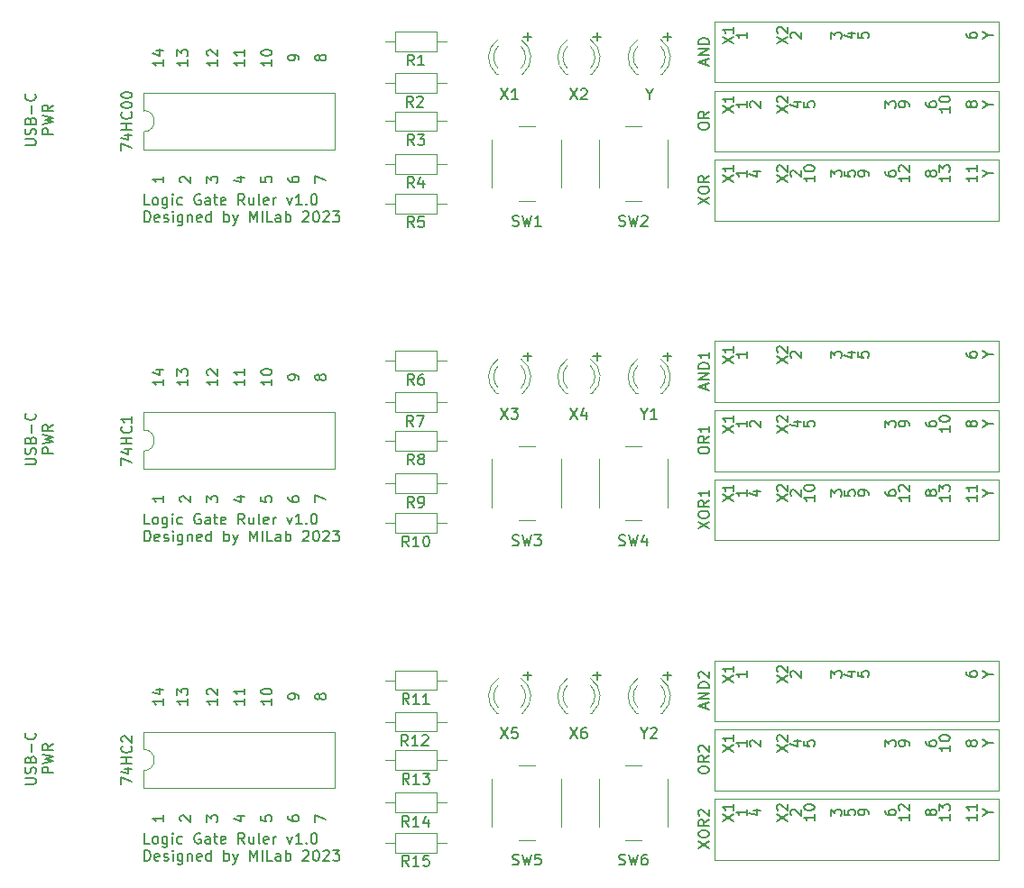
<source format=gbr>
%TF.GenerationSoftware,KiCad,Pcbnew,(6.0.10)*%
%TF.CreationDate,2023-09-25T09:30:20+09:00*%
%TF.ProjectId,simpleLogicCircuit,73696d70-6c65-44c6-9f67-696343697263,rev?*%
%TF.SameCoordinates,Original*%
%TF.FileFunction,Legend,Top*%
%TF.FilePolarity,Positive*%
%FSLAX46Y46*%
G04 Gerber Fmt 4.6, Leading zero omitted, Abs format (unit mm)*
G04 Created by KiCad (PCBNEW (6.0.10)) date 2023-09-25 09:30:20*
%MOMM*%
%LPD*%
G01*
G04 APERTURE LIST*
%ADD10C,0.150000*%
%ADD11C,0.120000*%
G04 APERTURE END LIST*
D10*
X47553619Y-121753714D02*
X47506000Y-121706095D01*
X47458380Y-121610857D01*
X47458380Y-121372761D01*
X47506000Y-121277523D01*
X47553619Y-121229904D01*
X47648857Y-121182285D01*
X47744095Y-121182285D01*
X47886952Y-121229904D01*
X48458380Y-121801333D01*
X48458380Y-121182285D01*
X52871714Y-121277523D02*
X53538380Y-121277523D01*
X52490761Y-121515619D02*
X53205047Y-121753714D01*
X53205047Y-121134666D01*
X49998380Y-121801333D02*
X49998380Y-121182285D01*
X50379333Y-121515619D01*
X50379333Y-121372761D01*
X50426952Y-121277523D01*
X50474571Y-121229904D01*
X50569809Y-121182285D01*
X50807904Y-121182285D01*
X50903142Y-121229904D01*
X50950761Y-121277523D01*
X50998380Y-121372761D01*
X50998380Y-121658476D01*
X50950761Y-121753714D01*
X50903142Y-121801333D01*
X58618380Y-110228476D02*
X58618380Y-110038000D01*
X58570761Y-109942761D01*
X58523142Y-109895142D01*
X58380285Y-109799904D01*
X58189809Y-109752285D01*
X57808857Y-109752285D01*
X57713619Y-109799904D01*
X57666000Y-109847523D01*
X57618380Y-109942761D01*
X57618380Y-110133238D01*
X57666000Y-110228476D01*
X57713619Y-110276095D01*
X57808857Y-110323714D01*
X58046952Y-110323714D01*
X58142190Y-110276095D01*
X58189809Y-110228476D01*
X58237428Y-110133238D01*
X58237428Y-109942761D01*
X58189809Y-109847523D01*
X58142190Y-109799904D01*
X58046952Y-109752285D01*
X32937380Y-118260952D02*
X33746904Y-118260952D01*
X33842142Y-118213333D01*
X33889761Y-118165714D01*
X33937380Y-118070476D01*
X33937380Y-117880000D01*
X33889761Y-117784761D01*
X33842142Y-117737142D01*
X33746904Y-117689523D01*
X32937380Y-117689523D01*
X33889761Y-117260952D02*
X33937380Y-117118095D01*
X33937380Y-116880000D01*
X33889761Y-116784761D01*
X33842142Y-116737142D01*
X33746904Y-116689523D01*
X33651666Y-116689523D01*
X33556428Y-116737142D01*
X33508809Y-116784761D01*
X33461190Y-116880000D01*
X33413571Y-117070476D01*
X33365952Y-117165714D01*
X33318333Y-117213333D01*
X33223095Y-117260952D01*
X33127857Y-117260952D01*
X33032619Y-117213333D01*
X32985000Y-117165714D01*
X32937380Y-117070476D01*
X32937380Y-116832380D01*
X32985000Y-116689523D01*
X33413571Y-115927619D02*
X33461190Y-115784761D01*
X33508809Y-115737142D01*
X33604047Y-115689523D01*
X33746904Y-115689523D01*
X33842142Y-115737142D01*
X33889761Y-115784761D01*
X33937380Y-115880000D01*
X33937380Y-116260952D01*
X32937380Y-116260952D01*
X32937380Y-115927619D01*
X32985000Y-115832380D01*
X33032619Y-115784761D01*
X33127857Y-115737142D01*
X33223095Y-115737142D01*
X33318333Y-115784761D01*
X33365952Y-115832380D01*
X33413571Y-115927619D01*
X33413571Y-116260952D01*
X33556428Y-115260952D02*
X33556428Y-114499047D01*
X33842142Y-113451428D02*
X33889761Y-113499047D01*
X33937380Y-113641904D01*
X33937380Y-113737142D01*
X33889761Y-113880000D01*
X33794523Y-113975238D01*
X33699285Y-114022857D01*
X33508809Y-114070476D01*
X33365952Y-114070476D01*
X33175476Y-114022857D01*
X33080238Y-113975238D01*
X32985000Y-113880000D01*
X32937380Y-113737142D01*
X32937380Y-113641904D01*
X32985000Y-113499047D01*
X33032619Y-113451428D01*
X35547380Y-117213333D02*
X34547380Y-117213333D01*
X34547380Y-116832380D01*
X34595000Y-116737142D01*
X34642619Y-116689523D01*
X34737857Y-116641904D01*
X34880714Y-116641904D01*
X34975952Y-116689523D01*
X35023571Y-116737142D01*
X35071190Y-116832380D01*
X35071190Y-117213333D01*
X34547380Y-116308571D02*
X35547380Y-116070476D01*
X34833095Y-115880000D01*
X35547380Y-115689523D01*
X34547380Y-115451428D01*
X35547380Y-114499047D02*
X35071190Y-114832380D01*
X35547380Y-115070476D02*
X34547380Y-115070476D01*
X34547380Y-114689523D01*
X34595000Y-114594285D01*
X34642619Y-114546666D01*
X34737857Y-114499047D01*
X34880714Y-114499047D01*
X34975952Y-114546666D01*
X35023571Y-114594285D01*
X35071190Y-114689523D01*
X35071190Y-115070476D01*
X79719047Y-108071428D02*
X80480952Y-108071428D01*
X80100000Y-108452380D02*
X80100000Y-107690476D01*
X53538380Y-110228476D02*
X53538380Y-110799904D01*
X53538380Y-110514190D02*
X52538380Y-110514190D01*
X52681238Y-110609428D01*
X52776476Y-110704666D01*
X52824095Y-110799904D01*
X53538380Y-109276095D02*
X53538380Y-109847523D01*
X53538380Y-109561809D02*
X52538380Y-109561809D01*
X52681238Y-109657047D01*
X52776476Y-109752285D01*
X52824095Y-109847523D01*
X50998380Y-110228476D02*
X50998380Y-110799904D01*
X50998380Y-110514190D02*
X49998380Y-110514190D01*
X50141238Y-110609428D01*
X50236476Y-110704666D01*
X50284095Y-110799904D01*
X50093619Y-109847523D02*
X50046000Y-109799904D01*
X49998380Y-109704666D01*
X49998380Y-109466571D01*
X50046000Y-109371333D01*
X50093619Y-109323714D01*
X50188857Y-109276095D01*
X50284095Y-109276095D01*
X50426952Y-109323714D01*
X50998380Y-109895142D01*
X50998380Y-109276095D01*
X60158380Y-121801333D02*
X60158380Y-121134666D01*
X61158380Y-121563238D01*
X55078380Y-121229904D02*
X55078380Y-121706095D01*
X55554571Y-121753714D01*
X55506952Y-121706095D01*
X55459333Y-121610857D01*
X55459333Y-121372761D01*
X55506952Y-121277523D01*
X55554571Y-121229904D01*
X55649809Y-121182285D01*
X55887904Y-121182285D01*
X55983142Y-121229904D01*
X56030761Y-121277523D01*
X56078380Y-121372761D01*
X56078380Y-121610857D01*
X56030761Y-121706095D01*
X55983142Y-121753714D01*
X86219047Y-108071428D02*
X86980952Y-108071428D01*
X86600000Y-108452380D02*
X86600000Y-107690476D01*
X57618380Y-121277523D02*
X57618380Y-121468000D01*
X57666000Y-121563238D01*
X57713619Y-121610857D01*
X57856476Y-121706095D01*
X58046952Y-121753714D01*
X58427904Y-121753714D01*
X58523142Y-121706095D01*
X58570761Y-121658476D01*
X58618380Y-121563238D01*
X58618380Y-121372761D01*
X58570761Y-121277523D01*
X58523142Y-121229904D01*
X58427904Y-121182285D01*
X58189809Y-121182285D01*
X58094571Y-121229904D01*
X58046952Y-121277523D01*
X57999333Y-121372761D01*
X57999333Y-121563238D01*
X58046952Y-121658476D01*
X58094571Y-121706095D01*
X58189809Y-121753714D01*
X56078380Y-110228476D02*
X56078380Y-110799904D01*
X56078380Y-110514190D02*
X55078380Y-110514190D01*
X55221238Y-110609428D01*
X55316476Y-110704666D01*
X55364095Y-110799904D01*
X55078380Y-109609428D02*
X55078380Y-109514190D01*
X55126000Y-109418952D01*
X55173619Y-109371333D01*
X55268857Y-109323714D01*
X55459333Y-109276095D01*
X55697428Y-109276095D01*
X55887904Y-109323714D01*
X55983142Y-109371333D01*
X56030761Y-109418952D01*
X56078380Y-109514190D01*
X56078380Y-109609428D01*
X56030761Y-109704666D01*
X55983142Y-109752285D01*
X55887904Y-109799904D01*
X55697428Y-109847523D01*
X55459333Y-109847523D01*
X55268857Y-109799904D01*
X55173619Y-109752285D01*
X55126000Y-109704666D01*
X55078380Y-109609428D01*
X60586952Y-110133238D02*
X60539333Y-110228476D01*
X60491714Y-110276095D01*
X60396476Y-110323714D01*
X60348857Y-110323714D01*
X60253619Y-110276095D01*
X60206000Y-110228476D01*
X60158380Y-110133238D01*
X60158380Y-109942761D01*
X60206000Y-109847523D01*
X60253619Y-109799904D01*
X60348857Y-109752285D01*
X60396476Y-109752285D01*
X60491714Y-109799904D01*
X60539333Y-109847523D01*
X60586952Y-109942761D01*
X60586952Y-110133238D01*
X60634571Y-110228476D01*
X60682190Y-110276095D01*
X60777428Y-110323714D01*
X60967904Y-110323714D01*
X61063142Y-110276095D01*
X61110761Y-110228476D01*
X61158380Y-110133238D01*
X61158380Y-109942761D01*
X61110761Y-109847523D01*
X61063142Y-109799904D01*
X60967904Y-109752285D01*
X60777428Y-109752285D01*
X60682190Y-109799904D01*
X60634571Y-109847523D01*
X60586952Y-109942761D01*
X45918380Y-121182285D02*
X45918380Y-121753714D01*
X45918380Y-121468000D02*
X44918380Y-121468000D01*
X45061238Y-121563238D01*
X45156476Y-121658476D01*
X45204095Y-121753714D01*
X92819047Y-108071428D02*
X93580952Y-108071428D01*
X93200000Y-108452380D02*
X93200000Y-107690476D01*
X45918380Y-110228476D02*
X45918380Y-110799904D01*
X45918380Y-110514190D02*
X44918380Y-110514190D01*
X45061238Y-110609428D01*
X45156476Y-110704666D01*
X45204095Y-110799904D01*
X45251714Y-109371333D02*
X45918380Y-109371333D01*
X44870761Y-109609428D02*
X45585047Y-109847523D01*
X45585047Y-109228476D01*
X48204380Y-110228476D02*
X48204380Y-110799904D01*
X48204380Y-110514190D02*
X47204380Y-110514190D01*
X47347238Y-110609428D01*
X47442476Y-110704666D01*
X47490095Y-110799904D01*
X47204380Y-109895142D02*
X47204380Y-109276095D01*
X47585333Y-109609428D01*
X47585333Y-109466571D01*
X47632952Y-109371333D01*
X47680571Y-109323714D01*
X47775809Y-109276095D01*
X48013904Y-109276095D01*
X48109142Y-109323714D01*
X48156761Y-109371333D01*
X48204380Y-109466571D01*
X48204380Y-109752285D01*
X48156761Y-109847523D01*
X48109142Y-109895142D01*
X44611785Y-123847380D02*
X44135595Y-123847380D01*
X44135595Y-122847380D01*
X45087976Y-123847380D02*
X44992738Y-123799761D01*
X44945119Y-123752142D01*
X44897500Y-123656904D01*
X44897500Y-123371190D01*
X44945119Y-123275952D01*
X44992738Y-123228333D01*
X45087976Y-123180714D01*
X45230833Y-123180714D01*
X45326071Y-123228333D01*
X45373690Y-123275952D01*
X45421309Y-123371190D01*
X45421309Y-123656904D01*
X45373690Y-123752142D01*
X45326071Y-123799761D01*
X45230833Y-123847380D01*
X45087976Y-123847380D01*
X46278452Y-123180714D02*
X46278452Y-123990238D01*
X46230833Y-124085476D01*
X46183214Y-124133095D01*
X46087976Y-124180714D01*
X45945119Y-124180714D01*
X45849880Y-124133095D01*
X46278452Y-123799761D02*
X46183214Y-123847380D01*
X45992738Y-123847380D01*
X45897500Y-123799761D01*
X45849880Y-123752142D01*
X45802261Y-123656904D01*
X45802261Y-123371190D01*
X45849880Y-123275952D01*
X45897500Y-123228333D01*
X45992738Y-123180714D01*
X46183214Y-123180714D01*
X46278452Y-123228333D01*
X46754642Y-123847380D02*
X46754642Y-123180714D01*
X46754642Y-122847380D02*
X46707023Y-122895000D01*
X46754642Y-122942619D01*
X46802261Y-122895000D01*
X46754642Y-122847380D01*
X46754642Y-122942619D01*
X47659404Y-123799761D02*
X47564166Y-123847380D01*
X47373690Y-123847380D01*
X47278452Y-123799761D01*
X47230833Y-123752142D01*
X47183214Y-123656904D01*
X47183214Y-123371190D01*
X47230833Y-123275952D01*
X47278452Y-123228333D01*
X47373690Y-123180714D01*
X47564166Y-123180714D01*
X47659404Y-123228333D01*
X49373690Y-122895000D02*
X49278452Y-122847380D01*
X49135595Y-122847380D01*
X48992738Y-122895000D01*
X48897500Y-122990238D01*
X48849880Y-123085476D01*
X48802261Y-123275952D01*
X48802261Y-123418809D01*
X48849880Y-123609285D01*
X48897500Y-123704523D01*
X48992738Y-123799761D01*
X49135595Y-123847380D01*
X49230833Y-123847380D01*
X49373690Y-123799761D01*
X49421309Y-123752142D01*
X49421309Y-123418809D01*
X49230833Y-123418809D01*
X50278452Y-123847380D02*
X50278452Y-123323571D01*
X50230833Y-123228333D01*
X50135595Y-123180714D01*
X49945119Y-123180714D01*
X49849880Y-123228333D01*
X50278452Y-123799761D02*
X50183214Y-123847380D01*
X49945119Y-123847380D01*
X49849880Y-123799761D01*
X49802261Y-123704523D01*
X49802261Y-123609285D01*
X49849880Y-123514047D01*
X49945119Y-123466428D01*
X50183214Y-123466428D01*
X50278452Y-123418809D01*
X50611785Y-123180714D02*
X50992738Y-123180714D01*
X50754642Y-122847380D02*
X50754642Y-123704523D01*
X50802261Y-123799761D01*
X50897500Y-123847380D01*
X50992738Y-123847380D01*
X51707023Y-123799761D02*
X51611785Y-123847380D01*
X51421309Y-123847380D01*
X51326071Y-123799761D01*
X51278452Y-123704523D01*
X51278452Y-123323571D01*
X51326071Y-123228333D01*
X51421309Y-123180714D01*
X51611785Y-123180714D01*
X51707023Y-123228333D01*
X51754642Y-123323571D01*
X51754642Y-123418809D01*
X51278452Y-123514047D01*
X53516547Y-123847380D02*
X53183214Y-123371190D01*
X52945119Y-123847380D02*
X52945119Y-122847380D01*
X53326071Y-122847380D01*
X53421309Y-122895000D01*
X53468928Y-122942619D01*
X53516547Y-123037857D01*
X53516547Y-123180714D01*
X53468928Y-123275952D01*
X53421309Y-123323571D01*
X53326071Y-123371190D01*
X52945119Y-123371190D01*
X54373690Y-123180714D02*
X54373690Y-123847380D01*
X53945119Y-123180714D02*
X53945119Y-123704523D01*
X53992738Y-123799761D01*
X54087976Y-123847380D01*
X54230833Y-123847380D01*
X54326071Y-123799761D01*
X54373690Y-123752142D01*
X54992738Y-123847380D02*
X54897500Y-123799761D01*
X54849880Y-123704523D01*
X54849880Y-122847380D01*
X55754642Y-123799761D02*
X55659404Y-123847380D01*
X55468928Y-123847380D01*
X55373690Y-123799761D01*
X55326071Y-123704523D01*
X55326071Y-123323571D01*
X55373690Y-123228333D01*
X55468928Y-123180714D01*
X55659404Y-123180714D01*
X55754642Y-123228333D01*
X55802261Y-123323571D01*
X55802261Y-123418809D01*
X55326071Y-123514047D01*
X56230833Y-123847380D02*
X56230833Y-123180714D01*
X56230833Y-123371190D02*
X56278452Y-123275952D01*
X56326071Y-123228333D01*
X56421309Y-123180714D01*
X56516547Y-123180714D01*
X57516547Y-123180714D02*
X57754642Y-123847380D01*
X57992738Y-123180714D01*
X58897500Y-123847380D02*
X58326071Y-123847380D01*
X58611785Y-123847380D02*
X58611785Y-122847380D01*
X58516547Y-122990238D01*
X58421309Y-123085476D01*
X58326071Y-123133095D01*
X59326071Y-123752142D02*
X59373690Y-123799761D01*
X59326071Y-123847380D01*
X59278452Y-123799761D01*
X59326071Y-123752142D01*
X59326071Y-123847380D01*
X59992738Y-122847380D02*
X60087976Y-122847380D01*
X60183214Y-122895000D01*
X60230833Y-122942619D01*
X60278452Y-123037857D01*
X60326071Y-123228333D01*
X60326071Y-123466428D01*
X60278452Y-123656904D01*
X60230833Y-123752142D01*
X60183214Y-123799761D01*
X60087976Y-123847380D01*
X59992738Y-123847380D01*
X59897500Y-123799761D01*
X59849880Y-123752142D01*
X59802261Y-123656904D01*
X59754642Y-123466428D01*
X59754642Y-123228333D01*
X59802261Y-123037857D01*
X59849880Y-122942619D01*
X59897500Y-122895000D01*
X59992738Y-122847380D01*
X44135595Y-125457380D02*
X44135595Y-124457380D01*
X44373690Y-124457380D01*
X44516547Y-124505000D01*
X44611785Y-124600238D01*
X44659404Y-124695476D01*
X44707023Y-124885952D01*
X44707023Y-125028809D01*
X44659404Y-125219285D01*
X44611785Y-125314523D01*
X44516547Y-125409761D01*
X44373690Y-125457380D01*
X44135595Y-125457380D01*
X45516547Y-125409761D02*
X45421309Y-125457380D01*
X45230833Y-125457380D01*
X45135595Y-125409761D01*
X45087976Y-125314523D01*
X45087976Y-124933571D01*
X45135595Y-124838333D01*
X45230833Y-124790714D01*
X45421309Y-124790714D01*
X45516547Y-124838333D01*
X45564166Y-124933571D01*
X45564166Y-125028809D01*
X45087976Y-125124047D01*
X45945119Y-125409761D02*
X46040357Y-125457380D01*
X46230833Y-125457380D01*
X46326071Y-125409761D01*
X46373690Y-125314523D01*
X46373690Y-125266904D01*
X46326071Y-125171666D01*
X46230833Y-125124047D01*
X46087976Y-125124047D01*
X45992738Y-125076428D01*
X45945119Y-124981190D01*
X45945119Y-124933571D01*
X45992738Y-124838333D01*
X46087976Y-124790714D01*
X46230833Y-124790714D01*
X46326071Y-124838333D01*
X46802261Y-125457380D02*
X46802261Y-124790714D01*
X46802261Y-124457380D02*
X46754642Y-124505000D01*
X46802261Y-124552619D01*
X46849880Y-124505000D01*
X46802261Y-124457380D01*
X46802261Y-124552619D01*
X47707023Y-124790714D02*
X47707023Y-125600238D01*
X47659404Y-125695476D01*
X47611785Y-125743095D01*
X47516547Y-125790714D01*
X47373690Y-125790714D01*
X47278452Y-125743095D01*
X47707023Y-125409761D02*
X47611785Y-125457380D01*
X47421309Y-125457380D01*
X47326071Y-125409761D01*
X47278452Y-125362142D01*
X47230833Y-125266904D01*
X47230833Y-124981190D01*
X47278452Y-124885952D01*
X47326071Y-124838333D01*
X47421309Y-124790714D01*
X47611785Y-124790714D01*
X47707023Y-124838333D01*
X48183214Y-124790714D02*
X48183214Y-125457380D01*
X48183214Y-124885952D02*
X48230833Y-124838333D01*
X48326071Y-124790714D01*
X48468928Y-124790714D01*
X48564166Y-124838333D01*
X48611785Y-124933571D01*
X48611785Y-125457380D01*
X49468928Y-125409761D02*
X49373690Y-125457380D01*
X49183214Y-125457380D01*
X49087976Y-125409761D01*
X49040357Y-125314523D01*
X49040357Y-124933571D01*
X49087976Y-124838333D01*
X49183214Y-124790714D01*
X49373690Y-124790714D01*
X49468928Y-124838333D01*
X49516547Y-124933571D01*
X49516547Y-125028809D01*
X49040357Y-125124047D01*
X50373690Y-125457380D02*
X50373690Y-124457380D01*
X50373690Y-125409761D02*
X50278452Y-125457380D01*
X50087976Y-125457380D01*
X49992738Y-125409761D01*
X49945119Y-125362142D01*
X49897500Y-125266904D01*
X49897500Y-124981190D01*
X49945119Y-124885952D01*
X49992738Y-124838333D01*
X50087976Y-124790714D01*
X50278452Y-124790714D01*
X50373690Y-124838333D01*
X51611785Y-125457380D02*
X51611785Y-124457380D01*
X51611785Y-124838333D02*
X51707023Y-124790714D01*
X51897500Y-124790714D01*
X51992738Y-124838333D01*
X52040357Y-124885952D01*
X52087976Y-124981190D01*
X52087976Y-125266904D01*
X52040357Y-125362142D01*
X51992738Y-125409761D01*
X51897500Y-125457380D01*
X51707023Y-125457380D01*
X51611785Y-125409761D01*
X52421309Y-124790714D02*
X52659404Y-125457380D01*
X52897500Y-124790714D02*
X52659404Y-125457380D01*
X52564166Y-125695476D01*
X52516547Y-125743095D01*
X52421309Y-125790714D01*
X54040357Y-125457380D02*
X54040357Y-124457380D01*
X54373690Y-125171666D01*
X54707023Y-124457380D01*
X54707023Y-125457380D01*
X55183214Y-125457380D02*
X55183214Y-124457380D01*
X56135595Y-125457380D02*
X55659404Y-125457380D01*
X55659404Y-124457380D01*
X56897500Y-125457380D02*
X56897500Y-124933571D01*
X56849880Y-124838333D01*
X56754642Y-124790714D01*
X56564166Y-124790714D01*
X56468928Y-124838333D01*
X56897500Y-125409761D02*
X56802261Y-125457380D01*
X56564166Y-125457380D01*
X56468928Y-125409761D01*
X56421309Y-125314523D01*
X56421309Y-125219285D01*
X56468928Y-125124047D01*
X56564166Y-125076428D01*
X56802261Y-125076428D01*
X56897500Y-125028809D01*
X57373690Y-125457380D02*
X57373690Y-124457380D01*
X57373690Y-124838333D02*
X57468928Y-124790714D01*
X57659404Y-124790714D01*
X57754642Y-124838333D01*
X57802261Y-124885952D01*
X57849880Y-124981190D01*
X57849880Y-125266904D01*
X57802261Y-125362142D01*
X57754642Y-125409761D01*
X57659404Y-125457380D01*
X57468928Y-125457380D01*
X57373690Y-125409761D01*
X58992738Y-124552619D02*
X59040357Y-124505000D01*
X59135595Y-124457380D01*
X59373690Y-124457380D01*
X59468928Y-124505000D01*
X59516547Y-124552619D01*
X59564166Y-124647857D01*
X59564166Y-124743095D01*
X59516547Y-124885952D01*
X58945119Y-125457380D01*
X59564166Y-125457380D01*
X60183214Y-124457380D02*
X60278452Y-124457380D01*
X60373690Y-124505000D01*
X60421309Y-124552619D01*
X60468928Y-124647857D01*
X60516547Y-124838333D01*
X60516547Y-125076428D01*
X60468928Y-125266904D01*
X60421309Y-125362142D01*
X60373690Y-125409761D01*
X60278452Y-125457380D01*
X60183214Y-125457380D01*
X60087976Y-125409761D01*
X60040357Y-125362142D01*
X59992738Y-125266904D01*
X59945119Y-125076428D01*
X59945119Y-124838333D01*
X59992738Y-124647857D01*
X60040357Y-124552619D01*
X60087976Y-124505000D01*
X60183214Y-124457380D01*
X60897500Y-124552619D02*
X60945119Y-124505000D01*
X61040357Y-124457380D01*
X61278452Y-124457380D01*
X61373690Y-124505000D01*
X61421309Y-124552619D01*
X61468928Y-124647857D01*
X61468928Y-124743095D01*
X61421309Y-124885952D01*
X60849880Y-125457380D01*
X61468928Y-125457380D01*
X61802261Y-124457380D02*
X62421309Y-124457380D01*
X62087976Y-124838333D01*
X62230833Y-124838333D01*
X62326071Y-124885952D01*
X62373690Y-124933571D01*
X62421309Y-125028809D01*
X62421309Y-125266904D01*
X62373690Y-125362142D01*
X62326071Y-125409761D01*
X62230833Y-125457380D01*
X61945119Y-125457380D01*
X61849880Y-125409761D01*
X61802261Y-125362142D01*
X47553619Y-91753714D02*
X47506000Y-91706095D01*
X47458380Y-91610857D01*
X47458380Y-91372761D01*
X47506000Y-91277523D01*
X47553619Y-91229904D01*
X47648857Y-91182285D01*
X47744095Y-91182285D01*
X47886952Y-91229904D01*
X48458380Y-91801333D01*
X48458380Y-91182285D01*
X52871714Y-91277523D02*
X53538380Y-91277523D01*
X52490761Y-91515619D02*
X53205047Y-91753714D01*
X53205047Y-91134666D01*
X49998380Y-91801333D02*
X49998380Y-91182285D01*
X50379333Y-91515619D01*
X50379333Y-91372761D01*
X50426952Y-91277523D01*
X50474571Y-91229904D01*
X50569809Y-91182285D01*
X50807904Y-91182285D01*
X50903142Y-91229904D01*
X50950761Y-91277523D01*
X50998380Y-91372761D01*
X50998380Y-91658476D01*
X50950761Y-91753714D01*
X50903142Y-91801333D01*
X58618380Y-80228476D02*
X58618380Y-80038000D01*
X58570761Y-79942761D01*
X58523142Y-79895142D01*
X58380285Y-79799904D01*
X58189809Y-79752285D01*
X57808857Y-79752285D01*
X57713619Y-79799904D01*
X57666000Y-79847523D01*
X57618380Y-79942761D01*
X57618380Y-80133238D01*
X57666000Y-80228476D01*
X57713619Y-80276095D01*
X57808857Y-80323714D01*
X58046952Y-80323714D01*
X58142190Y-80276095D01*
X58189809Y-80228476D01*
X58237428Y-80133238D01*
X58237428Y-79942761D01*
X58189809Y-79847523D01*
X58142190Y-79799904D01*
X58046952Y-79752285D01*
X32937380Y-88260952D02*
X33746904Y-88260952D01*
X33842142Y-88213333D01*
X33889761Y-88165714D01*
X33937380Y-88070476D01*
X33937380Y-87880000D01*
X33889761Y-87784761D01*
X33842142Y-87737142D01*
X33746904Y-87689523D01*
X32937380Y-87689523D01*
X33889761Y-87260952D02*
X33937380Y-87118095D01*
X33937380Y-86880000D01*
X33889761Y-86784761D01*
X33842142Y-86737142D01*
X33746904Y-86689523D01*
X33651666Y-86689523D01*
X33556428Y-86737142D01*
X33508809Y-86784761D01*
X33461190Y-86880000D01*
X33413571Y-87070476D01*
X33365952Y-87165714D01*
X33318333Y-87213333D01*
X33223095Y-87260952D01*
X33127857Y-87260952D01*
X33032619Y-87213333D01*
X32985000Y-87165714D01*
X32937380Y-87070476D01*
X32937380Y-86832380D01*
X32985000Y-86689523D01*
X33413571Y-85927619D02*
X33461190Y-85784761D01*
X33508809Y-85737142D01*
X33604047Y-85689523D01*
X33746904Y-85689523D01*
X33842142Y-85737142D01*
X33889761Y-85784761D01*
X33937380Y-85880000D01*
X33937380Y-86260952D01*
X32937380Y-86260952D01*
X32937380Y-85927619D01*
X32985000Y-85832380D01*
X33032619Y-85784761D01*
X33127857Y-85737142D01*
X33223095Y-85737142D01*
X33318333Y-85784761D01*
X33365952Y-85832380D01*
X33413571Y-85927619D01*
X33413571Y-86260952D01*
X33556428Y-85260952D02*
X33556428Y-84499047D01*
X33842142Y-83451428D02*
X33889761Y-83499047D01*
X33937380Y-83641904D01*
X33937380Y-83737142D01*
X33889761Y-83880000D01*
X33794523Y-83975238D01*
X33699285Y-84022857D01*
X33508809Y-84070476D01*
X33365952Y-84070476D01*
X33175476Y-84022857D01*
X33080238Y-83975238D01*
X32985000Y-83880000D01*
X32937380Y-83737142D01*
X32937380Y-83641904D01*
X32985000Y-83499047D01*
X33032619Y-83451428D01*
X35547380Y-87213333D02*
X34547380Y-87213333D01*
X34547380Y-86832380D01*
X34595000Y-86737142D01*
X34642619Y-86689523D01*
X34737857Y-86641904D01*
X34880714Y-86641904D01*
X34975952Y-86689523D01*
X35023571Y-86737142D01*
X35071190Y-86832380D01*
X35071190Y-87213333D01*
X34547380Y-86308571D02*
X35547380Y-86070476D01*
X34833095Y-85880000D01*
X35547380Y-85689523D01*
X34547380Y-85451428D01*
X35547380Y-84499047D02*
X35071190Y-84832380D01*
X35547380Y-85070476D02*
X34547380Y-85070476D01*
X34547380Y-84689523D01*
X34595000Y-84594285D01*
X34642619Y-84546666D01*
X34737857Y-84499047D01*
X34880714Y-84499047D01*
X34975952Y-84546666D01*
X35023571Y-84594285D01*
X35071190Y-84689523D01*
X35071190Y-85070476D01*
X79719047Y-78071428D02*
X80480952Y-78071428D01*
X80100000Y-78452380D02*
X80100000Y-77690476D01*
X53538380Y-80228476D02*
X53538380Y-80799904D01*
X53538380Y-80514190D02*
X52538380Y-80514190D01*
X52681238Y-80609428D01*
X52776476Y-80704666D01*
X52824095Y-80799904D01*
X53538380Y-79276095D02*
X53538380Y-79847523D01*
X53538380Y-79561809D02*
X52538380Y-79561809D01*
X52681238Y-79657047D01*
X52776476Y-79752285D01*
X52824095Y-79847523D01*
X50998380Y-80228476D02*
X50998380Y-80799904D01*
X50998380Y-80514190D02*
X49998380Y-80514190D01*
X50141238Y-80609428D01*
X50236476Y-80704666D01*
X50284095Y-80799904D01*
X50093619Y-79847523D02*
X50046000Y-79799904D01*
X49998380Y-79704666D01*
X49998380Y-79466571D01*
X50046000Y-79371333D01*
X50093619Y-79323714D01*
X50188857Y-79276095D01*
X50284095Y-79276095D01*
X50426952Y-79323714D01*
X50998380Y-79895142D01*
X50998380Y-79276095D01*
X60158380Y-91801333D02*
X60158380Y-91134666D01*
X61158380Y-91563238D01*
X55078380Y-91229904D02*
X55078380Y-91706095D01*
X55554571Y-91753714D01*
X55506952Y-91706095D01*
X55459333Y-91610857D01*
X55459333Y-91372761D01*
X55506952Y-91277523D01*
X55554571Y-91229904D01*
X55649809Y-91182285D01*
X55887904Y-91182285D01*
X55983142Y-91229904D01*
X56030761Y-91277523D01*
X56078380Y-91372761D01*
X56078380Y-91610857D01*
X56030761Y-91706095D01*
X55983142Y-91753714D01*
X86219047Y-78071428D02*
X86980952Y-78071428D01*
X86600000Y-78452380D02*
X86600000Y-77690476D01*
X57618380Y-91277523D02*
X57618380Y-91468000D01*
X57666000Y-91563238D01*
X57713619Y-91610857D01*
X57856476Y-91706095D01*
X58046952Y-91753714D01*
X58427904Y-91753714D01*
X58523142Y-91706095D01*
X58570761Y-91658476D01*
X58618380Y-91563238D01*
X58618380Y-91372761D01*
X58570761Y-91277523D01*
X58523142Y-91229904D01*
X58427904Y-91182285D01*
X58189809Y-91182285D01*
X58094571Y-91229904D01*
X58046952Y-91277523D01*
X57999333Y-91372761D01*
X57999333Y-91563238D01*
X58046952Y-91658476D01*
X58094571Y-91706095D01*
X58189809Y-91753714D01*
X56078380Y-80228476D02*
X56078380Y-80799904D01*
X56078380Y-80514190D02*
X55078380Y-80514190D01*
X55221238Y-80609428D01*
X55316476Y-80704666D01*
X55364095Y-80799904D01*
X55078380Y-79609428D02*
X55078380Y-79514190D01*
X55126000Y-79418952D01*
X55173619Y-79371333D01*
X55268857Y-79323714D01*
X55459333Y-79276095D01*
X55697428Y-79276095D01*
X55887904Y-79323714D01*
X55983142Y-79371333D01*
X56030761Y-79418952D01*
X56078380Y-79514190D01*
X56078380Y-79609428D01*
X56030761Y-79704666D01*
X55983142Y-79752285D01*
X55887904Y-79799904D01*
X55697428Y-79847523D01*
X55459333Y-79847523D01*
X55268857Y-79799904D01*
X55173619Y-79752285D01*
X55126000Y-79704666D01*
X55078380Y-79609428D01*
X60586952Y-80133238D02*
X60539333Y-80228476D01*
X60491714Y-80276095D01*
X60396476Y-80323714D01*
X60348857Y-80323714D01*
X60253619Y-80276095D01*
X60206000Y-80228476D01*
X60158380Y-80133238D01*
X60158380Y-79942761D01*
X60206000Y-79847523D01*
X60253619Y-79799904D01*
X60348857Y-79752285D01*
X60396476Y-79752285D01*
X60491714Y-79799904D01*
X60539333Y-79847523D01*
X60586952Y-79942761D01*
X60586952Y-80133238D01*
X60634571Y-80228476D01*
X60682190Y-80276095D01*
X60777428Y-80323714D01*
X60967904Y-80323714D01*
X61063142Y-80276095D01*
X61110761Y-80228476D01*
X61158380Y-80133238D01*
X61158380Y-79942761D01*
X61110761Y-79847523D01*
X61063142Y-79799904D01*
X60967904Y-79752285D01*
X60777428Y-79752285D01*
X60682190Y-79799904D01*
X60634571Y-79847523D01*
X60586952Y-79942761D01*
X45918380Y-91182285D02*
X45918380Y-91753714D01*
X45918380Y-91468000D02*
X44918380Y-91468000D01*
X45061238Y-91563238D01*
X45156476Y-91658476D01*
X45204095Y-91753714D01*
X92819047Y-78071428D02*
X93580952Y-78071428D01*
X93200000Y-78452380D02*
X93200000Y-77690476D01*
X45918380Y-80228476D02*
X45918380Y-80799904D01*
X45918380Y-80514190D02*
X44918380Y-80514190D01*
X45061238Y-80609428D01*
X45156476Y-80704666D01*
X45204095Y-80799904D01*
X45251714Y-79371333D02*
X45918380Y-79371333D01*
X44870761Y-79609428D02*
X45585047Y-79847523D01*
X45585047Y-79228476D01*
X48204380Y-80228476D02*
X48204380Y-80799904D01*
X48204380Y-80514190D02*
X47204380Y-80514190D01*
X47347238Y-80609428D01*
X47442476Y-80704666D01*
X47490095Y-80799904D01*
X47204380Y-79895142D02*
X47204380Y-79276095D01*
X47585333Y-79609428D01*
X47585333Y-79466571D01*
X47632952Y-79371333D01*
X47680571Y-79323714D01*
X47775809Y-79276095D01*
X48013904Y-79276095D01*
X48109142Y-79323714D01*
X48156761Y-79371333D01*
X48204380Y-79466571D01*
X48204380Y-79752285D01*
X48156761Y-79847523D01*
X48109142Y-79895142D01*
X44611785Y-93847380D02*
X44135595Y-93847380D01*
X44135595Y-92847380D01*
X45087976Y-93847380D02*
X44992738Y-93799761D01*
X44945119Y-93752142D01*
X44897500Y-93656904D01*
X44897500Y-93371190D01*
X44945119Y-93275952D01*
X44992738Y-93228333D01*
X45087976Y-93180714D01*
X45230833Y-93180714D01*
X45326071Y-93228333D01*
X45373690Y-93275952D01*
X45421309Y-93371190D01*
X45421309Y-93656904D01*
X45373690Y-93752142D01*
X45326071Y-93799761D01*
X45230833Y-93847380D01*
X45087976Y-93847380D01*
X46278452Y-93180714D02*
X46278452Y-93990238D01*
X46230833Y-94085476D01*
X46183214Y-94133095D01*
X46087976Y-94180714D01*
X45945119Y-94180714D01*
X45849880Y-94133095D01*
X46278452Y-93799761D02*
X46183214Y-93847380D01*
X45992738Y-93847380D01*
X45897500Y-93799761D01*
X45849880Y-93752142D01*
X45802261Y-93656904D01*
X45802261Y-93371190D01*
X45849880Y-93275952D01*
X45897500Y-93228333D01*
X45992738Y-93180714D01*
X46183214Y-93180714D01*
X46278452Y-93228333D01*
X46754642Y-93847380D02*
X46754642Y-93180714D01*
X46754642Y-92847380D02*
X46707023Y-92895000D01*
X46754642Y-92942619D01*
X46802261Y-92895000D01*
X46754642Y-92847380D01*
X46754642Y-92942619D01*
X47659404Y-93799761D02*
X47564166Y-93847380D01*
X47373690Y-93847380D01*
X47278452Y-93799761D01*
X47230833Y-93752142D01*
X47183214Y-93656904D01*
X47183214Y-93371190D01*
X47230833Y-93275952D01*
X47278452Y-93228333D01*
X47373690Y-93180714D01*
X47564166Y-93180714D01*
X47659404Y-93228333D01*
X49373690Y-92895000D02*
X49278452Y-92847380D01*
X49135595Y-92847380D01*
X48992738Y-92895000D01*
X48897500Y-92990238D01*
X48849880Y-93085476D01*
X48802261Y-93275952D01*
X48802261Y-93418809D01*
X48849880Y-93609285D01*
X48897500Y-93704523D01*
X48992738Y-93799761D01*
X49135595Y-93847380D01*
X49230833Y-93847380D01*
X49373690Y-93799761D01*
X49421309Y-93752142D01*
X49421309Y-93418809D01*
X49230833Y-93418809D01*
X50278452Y-93847380D02*
X50278452Y-93323571D01*
X50230833Y-93228333D01*
X50135595Y-93180714D01*
X49945119Y-93180714D01*
X49849880Y-93228333D01*
X50278452Y-93799761D02*
X50183214Y-93847380D01*
X49945119Y-93847380D01*
X49849880Y-93799761D01*
X49802261Y-93704523D01*
X49802261Y-93609285D01*
X49849880Y-93514047D01*
X49945119Y-93466428D01*
X50183214Y-93466428D01*
X50278452Y-93418809D01*
X50611785Y-93180714D02*
X50992738Y-93180714D01*
X50754642Y-92847380D02*
X50754642Y-93704523D01*
X50802261Y-93799761D01*
X50897500Y-93847380D01*
X50992738Y-93847380D01*
X51707023Y-93799761D02*
X51611785Y-93847380D01*
X51421309Y-93847380D01*
X51326071Y-93799761D01*
X51278452Y-93704523D01*
X51278452Y-93323571D01*
X51326071Y-93228333D01*
X51421309Y-93180714D01*
X51611785Y-93180714D01*
X51707023Y-93228333D01*
X51754642Y-93323571D01*
X51754642Y-93418809D01*
X51278452Y-93514047D01*
X53516547Y-93847380D02*
X53183214Y-93371190D01*
X52945119Y-93847380D02*
X52945119Y-92847380D01*
X53326071Y-92847380D01*
X53421309Y-92895000D01*
X53468928Y-92942619D01*
X53516547Y-93037857D01*
X53516547Y-93180714D01*
X53468928Y-93275952D01*
X53421309Y-93323571D01*
X53326071Y-93371190D01*
X52945119Y-93371190D01*
X54373690Y-93180714D02*
X54373690Y-93847380D01*
X53945119Y-93180714D02*
X53945119Y-93704523D01*
X53992738Y-93799761D01*
X54087976Y-93847380D01*
X54230833Y-93847380D01*
X54326071Y-93799761D01*
X54373690Y-93752142D01*
X54992738Y-93847380D02*
X54897500Y-93799761D01*
X54849880Y-93704523D01*
X54849880Y-92847380D01*
X55754642Y-93799761D02*
X55659404Y-93847380D01*
X55468928Y-93847380D01*
X55373690Y-93799761D01*
X55326071Y-93704523D01*
X55326071Y-93323571D01*
X55373690Y-93228333D01*
X55468928Y-93180714D01*
X55659404Y-93180714D01*
X55754642Y-93228333D01*
X55802261Y-93323571D01*
X55802261Y-93418809D01*
X55326071Y-93514047D01*
X56230833Y-93847380D02*
X56230833Y-93180714D01*
X56230833Y-93371190D02*
X56278452Y-93275952D01*
X56326071Y-93228333D01*
X56421309Y-93180714D01*
X56516547Y-93180714D01*
X57516547Y-93180714D02*
X57754642Y-93847380D01*
X57992738Y-93180714D01*
X58897500Y-93847380D02*
X58326071Y-93847380D01*
X58611785Y-93847380D02*
X58611785Y-92847380D01*
X58516547Y-92990238D01*
X58421309Y-93085476D01*
X58326071Y-93133095D01*
X59326071Y-93752142D02*
X59373690Y-93799761D01*
X59326071Y-93847380D01*
X59278452Y-93799761D01*
X59326071Y-93752142D01*
X59326071Y-93847380D01*
X59992738Y-92847380D02*
X60087976Y-92847380D01*
X60183214Y-92895000D01*
X60230833Y-92942619D01*
X60278452Y-93037857D01*
X60326071Y-93228333D01*
X60326071Y-93466428D01*
X60278452Y-93656904D01*
X60230833Y-93752142D01*
X60183214Y-93799761D01*
X60087976Y-93847380D01*
X59992738Y-93847380D01*
X59897500Y-93799761D01*
X59849880Y-93752142D01*
X59802261Y-93656904D01*
X59754642Y-93466428D01*
X59754642Y-93228333D01*
X59802261Y-93037857D01*
X59849880Y-92942619D01*
X59897500Y-92895000D01*
X59992738Y-92847380D01*
X44135595Y-95457380D02*
X44135595Y-94457380D01*
X44373690Y-94457380D01*
X44516547Y-94505000D01*
X44611785Y-94600238D01*
X44659404Y-94695476D01*
X44707023Y-94885952D01*
X44707023Y-95028809D01*
X44659404Y-95219285D01*
X44611785Y-95314523D01*
X44516547Y-95409761D01*
X44373690Y-95457380D01*
X44135595Y-95457380D01*
X45516547Y-95409761D02*
X45421309Y-95457380D01*
X45230833Y-95457380D01*
X45135595Y-95409761D01*
X45087976Y-95314523D01*
X45087976Y-94933571D01*
X45135595Y-94838333D01*
X45230833Y-94790714D01*
X45421309Y-94790714D01*
X45516547Y-94838333D01*
X45564166Y-94933571D01*
X45564166Y-95028809D01*
X45087976Y-95124047D01*
X45945119Y-95409761D02*
X46040357Y-95457380D01*
X46230833Y-95457380D01*
X46326071Y-95409761D01*
X46373690Y-95314523D01*
X46373690Y-95266904D01*
X46326071Y-95171666D01*
X46230833Y-95124047D01*
X46087976Y-95124047D01*
X45992738Y-95076428D01*
X45945119Y-94981190D01*
X45945119Y-94933571D01*
X45992738Y-94838333D01*
X46087976Y-94790714D01*
X46230833Y-94790714D01*
X46326071Y-94838333D01*
X46802261Y-95457380D02*
X46802261Y-94790714D01*
X46802261Y-94457380D02*
X46754642Y-94505000D01*
X46802261Y-94552619D01*
X46849880Y-94505000D01*
X46802261Y-94457380D01*
X46802261Y-94552619D01*
X47707023Y-94790714D02*
X47707023Y-95600238D01*
X47659404Y-95695476D01*
X47611785Y-95743095D01*
X47516547Y-95790714D01*
X47373690Y-95790714D01*
X47278452Y-95743095D01*
X47707023Y-95409761D02*
X47611785Y-95457380D01*
X47421309Y-95457380D01*
X47326071Y-95409761D01*
X47278452Y-95362142D01*
X47230833Y-95266904D01*
X47230833Y-94981190D01*
X47278452Y-94885952D01*
X47326071Y-94838333D01*
X47421309Y-94790714D01*
X47611785Y-94790714D01*
X47707023Y-94838333D01*
X48183214Y-94790714D02*
X48183214Y-95457380D01*
X48183214Y-94885952D02*
X48230833Y-94838333D01*
X48326071Y-94790714D01*
X48468928Y-94790714D01*
X48564166Y-94838333D01*
X48611785Y-94933571D01*
X48611785Y-95457380D01*
X49468928Y-95409761D02*
X49373690Y-95457380D01*
X49183214Y-95457380D01*
X49087976Y-95409761D01*
X49040357Y-95314523D01*
X49040357Y-94933571D01*
X49087976Y-94838333D01*
X49183214Y-94790714D01*
X49373690Y-94790714D01*
X49468928Y-94838333D01*
X49516547Y-94933571D01*
X49516547Y-95028809D01*
X49040357Y-95124047D01*
X50373690Y-95457380D02*
X50373690Y-94457380D01*
X50373690Y-95409761D02*
X50278452Y-95457380D01*
X50087976Y-95457380D01*
X49992738Y-95409761D01*
X49945119Y-95362142D01*
X49897500Y-95266904D01*
X49897500Y-94981190D01*
X49945119Y-94885952D01*
X49992738Y-94838333D01*
X50087976Y-94790714D01*
X50278452Y-94790714D01*
X50373690Y-94838333D01*
X51611785Y-95457380D02*
X51611785Y-94457380D01*
X51611785Y-94838333D02*
X51707023Y-94790714D01*
X51897500Y-94790714D01*
X51992738Y-94838333D01*
X52040357Y-94885952D01*
X52087976Y-94981190D01*
X52087976Y-95266904D01*
X52040357Y-95362142D01*
X51992738Y-95409761D01*
X51897500Y-95457380D01*
X51707023Y-95457380D01*
X51611785Y-95409761D01*
X52421309Y-94790714D02*
X52659404Y-95457380D01*
X52897500Y-94790714D02*
X52659404Y-95457380D01*
X52564166Y-95695476D01*
X52516547Y-95743095D01*
X52421309Y-95790714D01*
X54040357Y-95457380D02*
X54040357Y-94457380D01*
X54373690Y-95171666D01*
X54707023Y-94457380D01*
X54707023Y-95457380D01*
X55183214Y-95457380D02*
X55183214Y-94457380D01*
X56135595Y-95457380D02*
X55659404Y-95457380D01*
X55659404Y-94457380D01*
X56897500Y-95457380D02*
X56897500Y-94933571D01*
X56849880Y-94838333D01*
X56754642Y-94790714D01*
X56564166Y-94790714D01*
X56468928Y-94838333D01*
X56897500Y-95409761D02*
X56802261Y-95457380D01*
X56564166Y-95457380D01*
X56468928Y-95409761D01*
X56421309Y-95314523D01*
X56421309Y-95219285D01*
X56468928Y-95124047D01*
X56564166Y-95076428D01*
X56802261Y-95076428D01*
X56897500Y-95028809D01*
X57373690Y-95457380D02*
X57373690Y-94457380D01*
X57373690Y-94838333D02*
X57468928Y-94790714D01*
X57659404Y-94790714D01*
X57754642Y-94838333D01*
X57802261Y-94885952D01*
X57849880Y-94981190D01*
X57849880Y-95266904D01*
X57802261Y-95362142D01*
X57754642Y-95409761D01*
X57659404Y-95457380D01*
X57468928Y-95457380D01*
X57373690Y-95409761D01*
X58992738Y-94552619D02*
X59040357Y-94505000D01*
X59135595Y-94457380D01*
X59373690Y-94457380D01*
X59468928Y-94505000D01*
X59516547Y-94552619D01*
X59564166Y-94647857D01*
X59564166Y-94743095D01*
X59516547Y-94885952D01*
X58945119Y-95457380D01*
X59564166Y-95457380D01*
X60183214Y-94457380D02*
X60278452Y-94457380D01*
X60373690Y-94505000D01*
X60421309Y-94552619D01*
X60468928Y-94647857D01*
X60516547Y-94838333D01*
X60516547Y-95076428D01*
X60468928Y-95266904D01*
X60421309Y-95362142D01*
X60373690Y-95409761D01*
X60278452Y-95457380D01*
X60183214Y-95457380D01*
X60087976Y-95409761D01*
X60040357Y-95362142D01*
X59992738Y-95266904D01*
X59945119Y-95076428D01*
X59945119Y-94838333D01*
X59992738Y-94647857D01*
X60040357Y-94552619D01*
X60087976Y-94505000D01*
X60183214Y-94457380D01*
X60897500Y-94552619D02*
X60945119Y-94505000D01*
X61040357Y-94457380D01*
X61278452Y-94457380D01*
X61373690Y-94505000D01*
X61421309Y-94552619D01*
X61468928Y-94647857D01*
X61468928Y-94743095D01*
X61421309Y-94885952D01*
X60849880Y-95457380D01*
X61468928Y-95457380D01*
X61802261Y-94457380D02*
X62421309Y-94457380D01*
X62087976Y-94838333D01*
X62230833Y-94838333D01*
X62326071Y-94885952D01*
X62373690Y-94933571D01*
X62421309Y-95028809D01*
X62421309Y-95266904D01*
X62373690Y-95362142D01*
X62326071Y-95409761D01*
X62230833Y-95457380D01*
X61945119Y-95457380D01*
X61849880Y-95409761D01*
X61802261Y-95362142D01*
X50998380Y-50228476D02*
X50998380Y-50799904D01*
X50998380Y-50514190D02*
X49998380Y-50514190D01*
X50141238Y-50609428D01*
X50236476Y-50704666D01*
X50284095Y-50799904D01*
X50093619Y-49847523D02*
X50046000Y-49799904D01*
X49998380Y-49704666D01*
X49998380Y-49466571D01*
X50046000Y-49371333D01*
X50093619Y-49323714D01*
X50188857Y-49276095D01*
X50284095Y-49276095D01*
X50426952Y-49323714D01*
X50998380Y-49895142D01*
X50998380Y-49276095D01*
X79719047Y-48071428D02*
X80480952Y-48071428D01*
X80100000Y-48452380D02*
X80100000Y-47690476D01*
X92819047Y-48071428D02*
X93580952Y-48071428D01*
X93200000Y-48452380D02*
X93200000Y-47690476D01*
X45918380Y-50228476D02*
X45918380Y-50799904D01*
X45918380Y-50514190D02*
X44918380Y-50514190D01*
X45061238Y-50609428D01*
X45156476Y-50704666D01*
X45204095Y-50799904D01*
X45251714Y-49371333D02*
X45918380Y-49371333D01*
X44870761Y-49609428D02*
X45585047Y-49847523D01*
X45585047Y-49228476D01*
X47553619Y-61753714D02*
X47506000Y-61706095D01*
X47458380Y-61610857D01*
X47458380Y-61372761D01*
X47506000Y-61277523D01*
X47553619Y-61229904D01*
X47648857Y-61182285D01*
X47744095Y-61182285D01*
X47886952Y-61229904D01*
X48458380Y-61801333D01*
X48458380Y-61182285D01*
X32937380Y-58260952D02*
X33746904Y-58260952D01*
X33842142Y-58213333D01*
X33889761Y-58165714D01*
X33937380Y-58070476D01*
X33937380Y-57880000D01*
X33889761Y-57784761D01*
X33842142Y-57737142D01*
X33746904Y-57689523D01*
X32937380Y-57689523D01*
X33889761Y-57260952D02*
X33937380Y-57118095D01*
X33937380Y-56880000D01*
X33889761Y-56784761D01*
X33842142Y-56737142D01*
X33746904Y-56689523D01*
X33651666Y-56689523D01*
X33556428Y-56737142D01*
X33508809Y-56784761D01*
X33461190Y-56880000D01*
X33413571Y-57070476D01*
X33365952Y-57165714D01*
X33318333Y-57213333D01*
X33223095Y-57260952D01*
X33127857Y-57260952D01*
X33032619Y-57213333D01*
X32985000Y-57165714D01*
X32937380Y-57070476D01*
X32937380Y-56832380D01*
X32985000Y-56689523D01*
X33413571Y-55927619D02*
X33461190Y-55784761D01*
X33508809Y-55737142D01*
X33604047Y-55689523D01*
X33746904Y-55689523D01*
X33842142Y-55737142D01*
X33889761Y-55784761D01*
X33937380Y-55880000D01*
X33937380Y-56260952D01*
X32937380Y-56260952D01*
X32937380Y-55927619D01*
X32985000Y-55832380D01*
X33032619Y-55784761D01*
X33127857Y-55737142D01*
X33223095Y-55737142D01*
X33318333Y-55784761D01*
X33365952Y-55832380D01*
X33413571Y-55927619D01*
X33413571Y-56260952D01*
X33556428Y-55260952D02*
X33556428Y-54499047D01*
X33842142Y-53451428D02*
X33889761Y-53499047D01*
X33937380Y-53641904D01*
X33937380Y-53737142D01*
X33889761Y-53880000D01*
X33794523Y-53975238D01*
X33699285Y-54022857D01*
X33508809Y-54070476D01*
X33365952Y-54070476D01*
X33175476Y-54022857D01*
X33080238Y-53975238D01*
X32985000Y-53880000D01*
X32937380Y-53737142D01*
X32937380Y-53641904D01*
X32985000Y-53499047D01*
X33032619Y-53451428D01*
X35547380Y-57213333D02*
X34547380Y-57213333D01*
X34547380Y-56832380D01*
X34595000Y-56737142D01*
X34642619Y-56689523D01*
X34737857Y-56641904D01*
X34880714Y-56641904D01*
X34975952Y-56689523D01*
X35023571Y-56737142D01*
X35071190Y-56832380D01*
X35071190Y-57213333D01*
X34547380Y-56308571D02*
X35547380Y-56070476D01*
X34833095Y-55880000D01*
X35547380Y-55689523D01*
X34547380Y-55451428D01*
X35547380Y-54499047D02*
X35071190Y-54832380D01*
X35547380Y-55070476D02*
X34547380Y-55070476D01*
X34547380Y-54689523D01*
X34595000Y-54594285D01*
X34642619Y-54546666D01*
X34737857Y-54499047D01*
X34880714Y-54499047D01*
X34975952Y-54546666D01*
X35023571Y-54594285D01*
X35071190Y-54689523D01*
X35071190Y-55070476D01*
X48204380Y-50228476D02*
X48204380Y-50799904D01*
X48204380Y-50514190D02*
X47204380Y-50514190D01*
X47347238Y-50609428D01*
X47442476Y-50704666D01*
X47490095Y-50799904D01*
X47204380Y-49895142D02*
X47204380Y-49276095D01*
X47585333Y-49609428D01*
X47585333Y-49466571D01*
X47632952Y-49371333D01*
X47680571Y-49323714D01*
X47775809Y-49276095D01*
X48013904Y-49276095D01*
X48109142Y-49323714D01*
X48156761Y-49371333D01*
X48204380Y-49466571D01*
X48204380Y-49752285D01*
X48156761Y-49847523D01*
X48109142Y-49895142D01*
X58618380Y-50228476D02*
X58618380Y-50038000D01*
X58570761Y-49942761D01*
X58523142Y-49895142D01*
X58380285Y-49799904D01*
X58189809Y-49752285D01*
X57808857Y-49752285D01*
X57713619Y-49799904D01*
X57666000Y-49847523D01*
X57618380Y-49942761D01*
X57618380Y-50133238D01*
X57666000Y-50228476D01*
X57713619Y-50276095D01*
X57808857Y-50323714D01*
X58046952Y-50323714D01*
X58142190Y-50276095D01*
X58189809Y-50228476D01*
X58237428Y-50133238D01*
X58237428Y-49942761D01*
X58189809Y-49847523D01*
X58142190Y-49799904D01*
X58046952Y-49752285D01*
X57618380Y-61277523D02*
X57618380Y-61468000D01*
X57666000Y-61563238D01*
X57713619Y-61610857D01*
X57856476Y-61706095D01*
X58046952Y-61753714D01*
X58427904Y-61753714D01*
X58523142Y-61706095D01*
X58570761Y-61658476D01*
X58618380Y-61563238D01*
X58618380Y-61372761D01*
X58570761Y-61277523D01*
X58523142Y-61229904D01*
X58427904Y-61182285D01*
X58189809Y-61182285D01*
X58094571Y-61229904D01*
X58046952Y-61277523D01*
X57999333Y-61372761D01*
X57999333Y-61563238D01*
X58046952Y-61658476D01*
X58094571Y-61706095D01*
X58189809Y-61753714D01*
X86219047Y-48071428D02*
X86980952Y-48071428D01*
X86600000Y-48452380D02*
X86600000Y-47690476D01*
X45918380Y-61182285D02*
X45918380Y-61753714D01*
X45918380Y-61468000D02*
X44918380Y-61468000D01*
X45061238Y-61563238D01*
X45156476Y-61658476D01*
X45204095Y-61753714D01*
X49998380Y-61801333D02*
X49998380Y-61182285D01*
X50379333Y-61515619D01*
X50379333Y-61372761D01*
X50426952Y-61277523D01*
X50474571Y-61229904D01*
X50569809Y-61182285D01*
X50807904Y-61182285D01*
X50903142Y-61229904D01*
X50950761Y-61277523D01*
X50998380Y-61372761D01*
X50998380Y-61658476D01*
X50950761Y-61753714D01*
X50903142Y-61801333D01*
X52871714Y-61277523D02*
X53538380Y-61277523D01*
X52490761Y-61515619D02*
X53205047Y-61753714D01*
X53205047Y-61134666D01*
X53538380Y-50228476D02*
X53538380Y-50799904D01*
X53538380Y-50514190D02*
X52538380Y-50514190D01*
X52681238Y-50609428D01*
X52776476Y-50704666D01*
X52824095Y-50799904D01*
X53538380Y-49276095D02*
X53538380Y-49847523D01*
X53538380Y-49561809D02*
X52538380Y-49561809D01*
X52681238Y-49657047D01*
X52776476Y-49752285D01*
X52824095Y-49847523D01*
X44611785Y-63847380D02*
X44135595Y-63847380D01*
X44135595Y-62847380D01*
X45087976Y-63847380D02*
X44992738Y-63799761D01*
X44945119Y-63752142D01*
X44897500Y-63656904D01*
X44897500Y-63371190D01*
X44945119Y-63275952D01*
X44992738Y-63228333D01*
X45087976Y-63180714D01*
X45230833Y-63180714D01*
X45326071Y-63228333D01*
X45373690Y-63275952D01*
X45421309Y-63371190D01*
X45421309Y-63656904D01*
X45373690Y-63752142D01*
X45326071Y-63799761D01*
X45230833Y-63847380D01*
X45087976Y-63847380D01*
X46278452Y-63180714D02*
X46278452Y-63990238D01*
X46230833Y-64085476D01*
X46183214Y-64133095D01*
X46087976Y-64180714D01*
X45945119Y-64180714D01*
X45849880Y-64133095D01*
X46278452Y-63799761D02*
X46183214Y-63847380D01*
X45992738Y-63847380D01*
X45897500Y-63799761D01*
X45849880Y-63752142D01*
X45802261Y-63656904D01*
X45802261Y-63371190D01*
X45849880Y-63275952D01*
X45897500Y-63228333D01*
X45992738Y-63180714D01*
X46183214Y-63180714D01*
X46278452Y-63228333D01*
X46754642Y-63847380D02*
X46754642Y-63180714D01*
X46754642Y-62847380D02*
X46707023Y-62895000D01*
X46754642Y-62942619D01*
X46802261Y-62895000D01*
X46754642Y-62847380D01*
X46754642Y-62942619D01*
X47659404Y-63799761D02*
X47564166Y-63847380D01*
X47373690Y-63847380D01*
X47278452Y-63799761D01*
X47230833Y-63752142D01*
X47183214Y-63656904D01*
X47183214Y-63371190D01*
X47230833Y-63275952D01*
X47278452Y-63228333D01*
X47373690Y-63180714D01*
X47564166Y-63180714D01*
X47659404Y-63228333D01*
X49373690Y-62895000D02*
X49278452Y-62847380D01*
X49135595Y-62847380D01*
X48992738Y-62895000D01*
X48897500Y-62990238D01*
X48849880Y-63085476D01*
X48802261Y-63275952D01*
X48802261Y-63418809D01*
X48849880Y-63609285D01*
X48897500Y-63704523D01*
X48992738Y-63799761D01*
X49135595Y-63847380D01*
X49230833Y-63847380D01*
X49373690Y-63799761D01*
X49421309Y-63752142D01*
X49421309Y-63418809D01*
X49230833Y-63418809D01*
X50278452Y-63847380D02*
X50278452Y-63323571D01*
X50230833Y-63228333D01*
X50135595Y-63180714D01*
X49945119Y-63180714D01*
X49849880Y-63228333D01*
X50278452Y-63799761D02*
X50183214Y-63847380D01*
X49945119Y-63847380D01*
X49849880Y-63799761D01*
X49802261Y-63704523D01*
X49802261Y-63609285D01*
X49849880Y-63514047D01*
X49945119Y-63466428D01*
X50183214Y-63466428D01*
X50278452Y-63418809D01*
X50611785Y-63180714D02*
X50992738Y-63180714D01*
X50754642Y-62847380D02*
X50754642Y-63704523D01*
X50802261Y-63799761D01*
X50897500Y-63847380D01*
X50992738Y-63847380D01*
X51707023Y-63799761D02*
X51611785Y-63847380D01*
X51421309Y-63847380D01*
X51326071Y-63799761D01*
X51278452Y-63704523D01*
X51278452Y-63323571D01*
X51326071Y-63228333D01*
X51421309Y-63180714D01*
X51611785Y-63180714D01*
X51707023Y-63228333D01*
X51754642Y-63323571D01*
X51754642Y-63418809D01*
X51278452Y-63514047D01*
X53516547Y-63847380D02*
X53183214Y-63371190D01*
X52945119Y-63847380D02*
X52945119Y-62847380D01*
X53326071Y-62847380D01*
X53421309Y-62895000D01*
X53468928Y-62942619D01*
X53516547Y-63037857D01*
X53516547Y-63180714D01*
X53468928Y-63275952D01*
X53421309Y-63323571D01*
X53326071Y-63371190D01*
X52945119Y-63371190D01*
X54373690Y-63180714D02*
X54373690Y-63847380D01*
X53945119Y-63180714D02*
X53945119Y-63704523D01*
X53992738Y-63799761D01*
X54087976Y-63847380D01*
X54230833Y-63847380D01*
X54326071Y-63799761D01*
X54373690Y-63752142D01*
X54992738Y-63847380D02*
X54897500Y-63799761D01*
X54849880Y-63704523D01*
X54849880Y-62847380D01*
X55754642Y-63799761D02*
X55659404Y-63847380D01*
X55468928Y-63847380D01*
X55373690Y-63799761D01*
X55326071Y-63704523D01*
X55326071Y-63323571D01*
X55373690Y-63228333D01*
X55468928Y-63180714D01*
X55659404Y-63180714D01*
X55754642Y-63228333D01*
X55802261Y-63323571D01*
X55802261Y-63418809D01*
X55326071Y-63514047D01*
X56230833Y-63847380D02*
X56230833Y-63180714D01*
X56230833Y-63371190D02*
X56278452Y-63275952D01*
X56326071Y-63228333D01*
X56421309Y-63180714D01*
X56516547Y-63180714D01*
X57516547Y-63180714D02*
X57754642Y-63847380D01*
X57992738Y-63180714D01*
X58897500Y-63847380D02*
X58326071Y-63847380D01*
X58611785Y-63847380D02*
X58611785Y-62847380D01*
X58516547Y-62990238D01*
X58421309Y-63085476D01*
X58326071Y-63133095D01*
X59326071Y-63752142D02*
X59373690Y-63799761D01*
X59326071Y-63847380D01*
X59278452Y-63799761D01*
X59326071Y-63752142D01*
X59326071Y-63847380D01*
X59992738Y-62847380D02*
X60087976Y-62847380D01*
X60183214Y-62895000D01*
X60230833Y-62942619D01*
X60278452Y-63037857D01*
X60326071Y-63228333D01*
X60326071Y-63466428D01*
X60278452Y-63656904D01*
X60230833Y-63752142D01*
X60183214Y-63799761D01*
X60087976Y-63847380D01*
X59992738Y-63847380D01*
X59897500Y-63799761D01*
X59849880Y-63752142D01*
X59802261Y-63656904D01*
X59754642Y-63466428D01*
X59754642Y-63228333D01*
X59802261Y-63037857D01*
X59849880Y-62942619D01*
X59897500Y-62895000D01*
X59992738Y-62847380D01*
X44135595Y-65457380D02*
X44135595Y-64457380D01*
X44373690Y-64457380D01*
X44516547Y-64505000D01*
X44611785Y-64600238D01*
X44659404Y-64695476D01*
X44707023Y-64885952D01*
X44707023Y-65028809D01*
X44659404Y-65219285D01*
X44611785Y-65314523D01*
X44516547Y-65409761D01*
X44373690Y-65457380D01*
X44135595Y-65457380D01*
X45516547Y-65409761D02*
X45421309Y-65457380D01*
X45230833Y-65457380D01*
X45135595Y-65409761D01*
X45087976Y-65314523D01*
X45087976Y-64933571D01*
X45135595Y-64838333D01*
X45230833Y-64790714D01*
X45421309Y-64790714D01*
X45516547Y-64838333D01*
X45564166Y-64933571D01*
X45564166Y-65028809D01*
X45087976Y-65124047D01*
X45945119Y-65409761D02*
X46040357Y-65457380D01*
X46230833Y-65457380D01*
X46326071Y-65409761D01*
X46373690Y-65314523D01*
X46373690Y-65266904D01*
X46326071Y-65171666D01*
X46230833Y-65124047D01*
X46087976Y-65124047D01*
X45992738Y-65076428D01*
X45945119Y-64981190D01*
X45945119Y-64933571D01*
X45992738Y-64838333D01*
X46087976Y-64790714D01*
X46230833Y-64790714D01*
X46326071Y-64838333D01*
X46802261Y-65457380D02*
X46802261Y-64790714D01*
X46802261Y-64457380D02*
X46754642Y-64505000D01*
X46802261Y-64552619D01*
X46849880Y-64505000D01*
X46802261Y-64457380D01*
X46802261Y-64552619D01*
X47707023Y-64790714D02*
X47707023Y-65600238D01*
X47659404Y-65695476D01*
X47611785Y-65743095D01*
X47516547Y-65790714D01*
X47373690Y-65790714D01*
X47278452Y-65743095D01*
X47707023Y-65409761D02*
X47611785Y-65457380D01*
X47421309Y-65457380D01*
X47326071Y-65409761D01*
X47278452Y-65362142D01*
X47230833Y-65266904D01*
X47230833Y-64981190D01*
X47278452Y-64885952D01*
X47326071Y-64838333D01*
X47421309Y-64790714D01*
X47611785Y-64790714D01*
X47707023Y-64838333D01*
X48183214Y-64790714D02*
X48183214Y-65457380D01*
X48183214Y-64885952D02*
X48230833Y-64838333D01*
X48326071Y-64790714D01*
X48468928Y-64790714D01*
X48564166Y-64838333D01*
X48611785Y-64933571D01*
X48611785Y-65457380D01*
X49468928Y-65409761D02*
X49373690Y-65457380D01*
X49183214Y-65457380D01*
X49087976Y-65409761D01*
X49040357Y-65314523D01*
X49040357Y-64933571D01*
X49087976Y-64838333D01*
X49183214Y-64790714D01*
X49373690Y-64790714D01*
X49468928Y-64838333D01*
X49516547Y-64933571D01*
X49516547Y-65028809D01*
X49040357Y-65124047D01*
X50373690Y-65457380D02*
X50373690Y-64457380D01*
X50373690Y-65409761D02*
X50278452Y-65457380D01*
X50087976Y-65457380D01*
X49992738Y-65409761D01*
X49945119Y-65362142D01*
X49897500Y-65266904D01*
X49897500Y-64981190D01*
X49945119Y-64885952D01*
X49992738Y-64838333D01*
X50087976Y-64790714D01*
X50278452Y-64790714D01*
X50373690Y-64838333D01*
X51611785Y-65457380D02*
X51611785Y-64457380D01*
X51611785Y-64838333D02*
X51707023Y-64790714D01*
X51897500Y-64790714D01*
X51992738Y-64838333D01*
X52040357Y-64885952D01*
X52087976Y-64981190D01*
X52087976Y-65266904D01*
X52040357Y-65362142D01*
X51992738Y-65409761D01*
X51897500Y-65457380D01*
X51707023Y-65457380D01*
X51611785Y-65409761D01*
X52421309Y-64790714D02*
X52659404Y-65457380D01*
X52897500Y-64790714D02*
X52659404Y-65457380D01*
X52564166Y-65695476D01*
X52516547Y-65743095D01*
X52421309Y-65790714D01*
X54040357Y-65457380D02*
X54040357Y-64457380D01*
X54373690Y-65171666D01*
X54707023Y-64457380D01*
X54707023Y-65457380D01*
X55183214Y-65457380D02*
X55183214Y-64457380D01*
X56135595Y-65457380D02*
X55659404Y-65457380D01*
X55659404Y-64457380D01*
X56897500Y-65457380D02*
X56897500Y-64933571D01*
X56849880Y-64838333D01*
X56754642Y-64790714D01*
X56564166Y-64790714D01*
X56468928Y-64838333D01*
X56897500Y-65409761D02*
X56802261Y-65457380D01*
X56564166Y-65457380D01*
X56468928Y-65409761D01*
X56421309Y-65314523D01*
X56421309Y-65219285D01*
X56468928Y-65124047D01*
X56564166Y-65076428D01*
X56802261Y-65076428D01*
X56897500Y-65028809D01*
X57373690Y-65457380D02*
X57373690Y-64457380D01*
X57373690Y-64838333D02*
X57468928Y-64790714D01*
X57659404Y-64790714D01*
X57754642Y-64838333D01*
X57802261Y-64885952D01*
X57849880Y-64981190D01*
X57849880Y-65266904D01*
X57802261Y-65362142D01*
X57754642Y-65409761D01*
X57659404Y-65457380D01*
X57468928Y-65457380D01*
X57373690Y-65409761D01*
X58992738Y-64552619D02*
X59040357Y-64505000D01*
X59135595Y-64457380D01*
X59373690Y-64457380D01*
X59468928Y-64505000D01*
X59516547Y-64552619D01*
X59564166Y-64647857D01*
X59564166Y-64743095D01*
X59516547Y-64885952D01*
X58945119Y-65457380D01*
X59564166Y-65457380D01*
X60183214Y-64457380D02*
X60278452Y-64457380D01*
X60373690Y-64505000D01*
X60421309Y-64552619D01*
X60468928Y-64647857D01*
X60516547Y-64838333D01*
X60516547Y-65076428D01*
X60468928Y-65266904D01*
X60421309Y-65362142D01*
X60373690Y-65409761D01*
X60278452Y-65457380D01*
X60183214Y-65457380D01*
X60087976Y-65409761D01*
X60040357Y-65362142D01*
X59992738Y-65266904D01*
X59945119Y-65076428D01*
X59945119Y-64838333D01*
X59992738Y-64647857D01*
X60040357Y-64552619D01*
X60087976Y-64505000D01*
X60183214Y-64457380D01*
X60897500Y-64552619D02*
X60945119Y-64505000D01*
X61040357Y-64457380D01*
X61278452Y-64457380D01*
X61373690Y-64505000D01*
X61421309Y-64552619D01*
X61468928Y-64647857D01*
X61468928Y-64743095D01*
X61421309Y-64885952D01*
X60849880Y-65457380D01*
X61468928Y-65457380D01*
X61802261Y-64457380D02*
X62421309Y-64457380D01*
X62087976Y-64838333D01*
X62230833Y-64838333D01*
X62326071Y-64885952D01*
X62373690Y-64933571D01*
X62421309Y-65028809D01*
X62421309Y-65266904D01*
X62373690Y-65362142D01*
X62326071Y-65409761D01*
X62230833Y-65457380D01*
X61945119Y-65457380D01*
X61849880Y-65409761D01*
X61802261Y-65362142D01*
X56078380Y-50228476D02*
X56078380Y-50799904D01*
X56078380Y-50514190D02*
X55078380Y-50514190D01*
X55221238Y-50609428D01*
X55316476Y-50704666D01*
X55364095Y-50799904D01*
X55078380Y-49609428D02*
X55078380Y-49514190D01*
X55126000Y-49418952D01*
X55173619Y-49371333D01*
X55268857Y-49323714D01*
X55459333Y-49276095D01*
X55697428Y-49276095D01*
X55887904Y-49323714D01*
X55983142Y-49371333D01*
X56030761Y-49418952D01*
X56078380Y-49514190D01*
X56078380Y-49609428D01*
X56030761Y-49704666D01*
X55983142Y-49752285D01*
X55887904Y-49799904D01*
X55697428Y-49847523D01*
X55459333Y-49847523D01*
X55268857Y-49799904D01*
X55173619Y-49752285D01*
X55126000Y-49704666D01*
X55078380Y-49609428D01*
X60158380Y-61801333D02*
X60158380Y-61134666D01*
X61158380Y-61563238D01*
X60586952Y-50133238D02*
X60539333Y-50228476D01*
X60491714Y-50276095D01*
X60396476Y-50323714D01*
X60348857Y-50323714D01*
X60253619Y-50276095D01*
X60206000Y-50228476D01*
X60158380Y-50133238D01*
X60158380Y-49942761D01*
X60206000Y-49847523D01*
X60253619Y-49799904D01*
X60348857Y-49752285D01*
X60396476Y-49752285D01*
X60491714Y-49799904D01*
X60539333Y-49847523D01*
X60586952Y-49942761D01*
X60586952Y-50133238D01*
X60634571Y-50228476D01*
X60682190Y-50276095D01*
X60777428Y-50323714D01*
X60967904Y-50323714D01*
X61063142Y-50276095D01*
X61110761Y-50228476D01*
X61158380Y-50133238D01*
X61158380Y-49942761D01*
X61110761Y-49847523D01*
X61063142Y-49799904D01*
X60967904Y-49752285D01*
X60777428Y-49752285D01*
X60682190Y-49799904D01*
X60634571Y-49847523D01*
X60586952Y-49942761D01*
X55078380Y-61229904D02*
X55078380Y-61706095D01*
X55554571Y-61753714D01*
X55506952Y-61706095D01*
X55459333Y-61610857D01*
X55459333Y-61372761D01*
X55506952Y-61277523D01*
X55554571Y-61229904D01*
X55649809Y-61182285D01*
X55887904Y-61182285D01*
X55983142Y-61229904D01*
X56030761Y-61277523D01*
X56078380Y-61372761D01*
X56078380Y-61610857D01*
X56030761Y-61706095D01*
X55983142Y-61753714D01*
%TO.C,AND2*%
X96815666Y-111174595D02*
X96815666Y-110698404D01*
X97101380Y-111269833D02*
X96101380Y-110936500D01*
X97101380Y-110603166D01*
X97101380Y-110269833D02*
X96101380Y-110269833D01*
X97101380Y-109698404D01*
X96101380Y-109698404D01*
X97101380Y-109222214D02*
X96101380Y-109222214D01*
X96101380Y-108984119D01*
X96149000Y-108841261D01*
X96244238Y-108746023D01*
X96339476Y-108698404D01*
X96529952Y-108650785D01*
X96672809Y-108650785D01*
X96863285Y-108698404D01*
X96958523Y-108746023D01*
X97053761Y-108841261D01*
X97101380Y-108984119D01*
X97101380Y-109222214D01*
X96196619Y-108269833D02*
X96149000Y-108222214D01*
X96101380Y-108126976D01*
X96101380Y-107888880D01*
X96149000Y-107793642D01*
X96196619Y-107746023D01*
X96291857Y-107698404D01*
X96387095Y-107698404D01*
X96529952Y-107746023D01*
X97101380Y-108317452D01*
X97101380Y-107698404D01*
X98387380Y-108722023D02*
X99387380Y-108055357D01*
X98387380Y-108055357D02*
X99387380Y-108722023D01*
X99387380Y-107150595D02*
X99387380Y-107722023D01*
X99387380Y-107436309D02*
X98387380Y-107436309D01*
X98530238Y-107531547D01*
X98625476Y-107626785D01*
X98673095Y-107722023D01*
X111087380Y-107674404D02*
X111087380Y-108150595D01*
X111563571Y-108198214D01*
X111515952Y-108150595D01*
X111468333Y-108055357D01*
X111468333Y-107817261D01*
X111515952Y-107722023D01*
X111563571Y-107674404D01*
X111658809Y-107626785D01*
X111896904Y-107626785D01*
X111992142Y-107674404D01*
X112039761Y-107722023D01*
X112087380Y-107817261D01*
X112087380Y-108055357D01*
X112039761Y-108150595D01*
X111992142Y-108198214D01*
X121247380Y-107722023D02*
X121247380Y-107912500D01*
X121295000Y-108007738D01*
X121342619Y-108055357D01*
X121485476Y-108150595D01*
X121675952Y-108198214D01*
X122056904Y-108198214D01*
X122152142Y-108150595D01*
X122199761Y-108102976D01*
X122247380Y-108007738D01*
X122247380Y-107817261D01*
X122199761Y-107722023D01*
X122152142Y-107674404D01*
X122056904Y-107626785D01*
X121818809Y-107626785D01*
X121723571Y-107674404D01*
X121675952Y-107722023D01*
X121628333Y-107817261D01*
X121628333Y-108007738D01*
X121675952Y-108102976D01*
X121723571Y-108150595D01*
X121818809Y-108198214D01*
X108547380Y-108245833D02*
X108547380Y-107626785D01*
X108928333Y-107960119D01*
X108928333Y-107817261D01*
X108975952Y-107722023D01*
X109023571Y-107674404D01*
X109118809Y-107626785D01*
X109356904Y-107626785D01*
X109452142Y-107674404D01*
X109499761Y-107722023D01*
X109547380Y-107817261D01*
X109547380Y-108102976D01*
X109499761Y-108198214D01*
X109452142Y-108245833D01*
X100657380Y-107626785D02*
X100657380Y-108198214D01*
X100657380Y-107912500D02*
X99657380Y-107912500D01*
X99800238Y-108007738D01*
X99895476Y-108102976D01*
X99943095Y-108198214D01*
X110150714Y-107722023D02*
X110817380Y-107722023D01*
X109769761Y-107960119D02*
X110484047Y-108198214D01*
X110484047Y-107579166D01*
X123295190Y-107912500D02*
X123771380Y-107912500D01*
X122771380Y-108245833D02*
X123295190Y-107912500D01*
X122771380Y-107579166D01*
X104832619Y-108198214D02*
X104785000Y-108150595D01*
X104737380Y-108055357D01*
X104737380Y-107817261D01*
X104785000Y-107722023D01*
X104832619Y-107674404D01*
X104927857Y-107626785D01*
X105023095Y-107626785D01*
X105165952Y-107674404D01*
X105737380Y-108245833D01*
X105737380Y-107626785D01*
X103467380Y-108722023D02*
X104467380Y-108055357D01*
X103467380Y-108055357D02*
X104467380Y-108722023D01*
X103562619Y-107722023D02*
X103515000Y-107674404D01*
X103467380Y-107579166D01*
X103467380Y-107341071D01*
X103515000Y-107245833D01*
X103562619Y-107198214D01*
X103657857Y-107150595D01*
X103753095Y-107150595D01*
X103895952Y-107198214D01*
X104467380Y-107769642D01*
X104467380Y-107150595D01*
%TO.C,X5*%
X77590476Y-112952380D02*
X78257142Y-113952380D01*
X78257142Y-112952380D02*
X77590476Y-113952380D01*
X79114285Y-112952380D02*
X78638095Y-112952380D01*
X78590476Y-113428571D01*
X78638095Y-113380952D01*
X78733333Y-113333333D01*
X78971428Y-113333333D01*
X79066666Y-113380952D01*
X79114285Y-113428571D01*
X79161904Y-113523809D01*
X79161904Y-113761904D01*
X79114285Y-113857142D01*
X79066666Y-113904761D01*
X78971428Y-113952380D01*
X78733333Y-113952380D01*
X78638095Y-113904761D01*
X78590476Y-113857142D01*
%TO.C,R11*%
X68957142Y-110752380D02*
X68623809Y-110276190D01*
X68385714Y-110752380D02*
X68385714Y-109752380D01*
X68766666Y-109752380D01*
X68861904Y-109800000D01*
X68909523Y-109847619D01*
X68957142Y-109942857D01*
X68957142Y-110085714D01*
X68909523Y-110180952D01*
X68861904Y-110228571D01*
X68766666Y-110276190D01*
X68385714Y-110276190D01*
X69909523Y-110752380D02*
X69338095Y-110752380D01*
X69623809Y-110752380D02*
X69623809Y-109752380D01*
X69528571Y-109895238D01*
X69433333Y-109990476D01*
X69338095Y-110038095D01*
X70861904Y-110752380D02*
X70290476Y-110752380D01*
X70576190Y-110752380D02*
X70576190Y-109752380D01*
X70480952Y-109895238D01*
X70385714Y-109990476D01*
X70290476Y-110038095D01*
%TO.C,SW5*%
X78666666Y-125804761D02*
X78809523Y-125852380D01*
X79047619Y-125852380D01*
X79142857Y-125804761D01*
X79190476Y-125757142D01*
X79238095Y-125661904D01*
X79238095Y-125566666D01*
X79190476Y-125471428D01*
X79142857Y-125423809D01*
X79047619Y-125376190D01*
X78857142Y-125328571D01*
X78761904Y-125280952D01*
X78714285Y-125233333D01*
X78666666Y-125138095D01*
X78666666Y-125042857D01*
X78714285Y-124947619D01*
X78761904Y-124900000D01*
X78857142Y-124852380D01*
X79095238Y-124852380D01*
X79238095Y-124900000D01*
X79571428Y-124852380D02*
X79809523Y-125852380D01*
X80000000Y-125138095D01*
X80190476Y-125852380D01*
X80428571Y-124852380D01*
X81285714Y-124852380D02*
X80809523Y-124852380D01*
X80761904Y-125328571D01*
X80809523Y-125280952D01*
X80904761Y-125233333D01*
X81142857Y-125233333D01*
X81238095Y-125280952D01*
X81285714Y-125328571D01*
X81333333Y-125423809D01*
X81333333Y-125661904D01*
X81285714Y-125757142D01*
X81238095Y-125804761D01*
X81142857Y-125852380D01*
X80904761Y-125852380D01*
X80809523Y-125804761D01*
X80761904Y-125757142D01*
%TO.C,74HC2*%
X41952380Y-118299523D02*
X41952380Y-117632857D01*
X42952380Y-118061428D01*
X42285714Y-116823333D02*
X42952380Y-116823333D01*
X41904761Y-117061428D02*
X42619047Y-117299523D01*
X42619047Y-116680476D01*
X42952380Y-116299523D02*
X41952380Y-116299523D01*
X42428571Y-116299523D02*
X42428571Y-115728095D01*
X42952380Y-115728095D02*
X41952380Y-115728095D01*
X42857142Y-114680476D02*
X42904761Y-114728095D01*
X42952380Y-114870952D01*
X42952380Y-114966190D01*
X42904761Y-115109047D01*
X42809523Y-115204285D01*
X42714285Y-115251904D01*
X42523809Y-115299523D01*
X42380952Y-115299523D01*
X42190476Y-115251904D01*
X42095238Y-115204285D01*
X42000000Y-115109047D01*
X41952380Y-114966190D01*
X41952380Y-114870952D01*
X42000000Y-114728095D01*
X42047619Y-114680476D01*
X42047619Y-114299523D02*
X42000000Y-114251904D01*
X41952380Y-114156666D01*
X41952380Y-113918571D01*
X42000000Y-113823333D01*
X42047619Y-113775714D01*
X42142857Y-113728095D01*
X42238095Y-113728095D01*
X42380952Y-113775714D01*
X42952380Y-114347142D01*
X42952380Y-113728095D01*
%TO.C,R12*%
X68857142Y-114652380D02*
X68523809Y-114176190D01*
X68285714Y-114652380D02*
X68285714Y-113652380D01*
X68666666Y-113652380D01*
X68761904Y-113700000D01*
X68809523Y-113747619D01*
X68857142Y-113842857D01*
X68857142Y-113985714D01*
X68809523Y-114080952D01*
X68761904Y-114128571D01*
X68666666Y-114176190D01*
X68285714Y-114176190D01*
X69809523Y-114652380D02*
X69238095Y-114652380D01*
X69523809Y-114652380D02*
X69523809Y-113652380D01*
X69428571Y-113795238D01*
X69333333Y-113890476D01*
X69238095Y-113938095D01*
X70190476Y-113747619D02*
X70238095Y-113700000D01*
X70333333Y-113652380D01*
X70571428Y-113652380D01*
X70666666Y-113700000D01*
X70714285Y-113747619D01*
X70761904Y-113842857D01*
X70761904Y-113938095D01*
X70714285Y-114080952D01*
X70142857Y-114652380D01*
X70761904Y-114652380D01*
%TO.C,R13*%
X68957142Y-118252380D02*
X68623809Y-117776190D01*
X68385714Y-118252380D02*
X68385714Y-117252380D01*
X68766666Y-117252380D01*
X68861904Y-117300000D01*
X68909523Y-117347619D01*
X68957142Y-117442857D01*
X68957142Y-117585714D01*
X68909523Y-117680952D01*
X68861904Y-117728571D01*
X68766666Y-117776190D01*
X68385714Y-117776190D01*
X69909523Y-118252380D02*
X69338095Y-118252380D01*
X69623809Y-118252380D02*
X69623809Y-117252380D01*
X69528571Y-117395238D01*
X69433333Y-117490476D01*
X69338095Y-117538095D01*
X70242857Y-117252380D02*
X70861904Y-117252380D01*
X70528571Y-117633333D01*
X70671428Y-117633333D01*
X70766666Y-117680952D01*
X70814285Y-117728571D01*
X70861904Y-117823809D01*
X70861904Y-118061904D01*
X70814285Y-118157142D01*
X70766666Y-118204761D01*
X70671428Y-118252380D01*
X70385714Y-118252380D01*
X70290476Y-118204761D01*
X70242857Y-118157142D01*
%TO.C,XOR2*%
X96101380Y-124269833D02*
X97101380Y-123603166D01*
X96101380Y-123603166D02*
X97101380Y-124269833D01*
X96101380Y-123031738D02*
X96101380Y-122841261D01*
X96149000Y-122746023D01*
X96244238Y-122650785D01*
X96434714Y-122603166D01*
X96768047Y-122603166D01*
X96958523Y-122650785D01*
X97053761Y-122746023D01*
X97101380Y-122841261D01*
X97101380Y-123031738D01*
X97053761Y-123126976D01*
X96958523Y-123222214D01*
X96768047Y-123269833D01*
X96434714Y-123269833D01*
X96244238Y-123222214D01*
X96149000Y-123126976D01*
X96101380Y-123031738D01*
X97101380Y-121603166D02*
X96625190Y-121936500D01*
X97101380Y-122174595D02*
X96101380Y-122174595D01*
X96101380Y-121793642D01*
X96149000Y-121698404D01*
X96196619Y-121650785D01*
X96291857Y-121603166D01*
X96434714Y-121603166D01*
X96529952Y-121650785D01*
X96577571Y-121698404D01*
X96625190Y-121793642D01*
X96625190Y-122174595D01*
X96196619Y-121222214D02*
X96149000Y-121174595D01*
X96101380Y-121079357D01*
X96101380Y-120841261D01*
X96149000Y-120746023D01*
X96196619Y-120698404D01*
X96291857Y-120650785D01*
X96387095Y-120650785D01*
X96529952Y-120698404D01*
X97101380Y-121269833D01*
X97101380Y-120650785D01*
X101260714Y-120722023D02*
X101927380Y-120722023D01*
X100879761Y-120960119D02*
X101594047Y-121198214D01*
X101594047Y-120579166D01*
X103467380Y-121722023D02*
X104467380Y-121055357D01*
X103467380Y-121055357D02*
X104467380Y-121722023D01*
X103562619Y-120722023D02*
X103515000Y-120674404D01*
X103467380Y-120579166D01*
X103467380Y-120341071D01*
X103515000Y-120245833D01*
X103562619Y-120198214D01*
X103657857Y-120150595D01*
X103753095Y-120150595D01*
X103895952Y-120198214D01*
X104467380Y-120769642D01*
X104467380Y-120150595D01*
X119707380Y-121102976D02*
X119707380Y-121674404D01*
X119707380Y-121388690D02*
X118707380Y-121388690D01*
X118850238Y-121483928D01*
X118945476Y-121579166D01*
X118993095Y-121674404D01*
X118707380Y-120769642D02*
X118707380Y-120150595D01*
X119088333Y-120483928D01*
X119088333Y-120341071D01*
X119135952Y-120245833D01*
X119183571Y-120198214D01*
X119278809Y-120150595D01*
X119516904Y-120150595D01*
X119612142Y-120198214D01*
X119659761Y-120245833D01*
X119707380Y-120341071D01*
X119707380Y-120626785D01*
X119659761Y-120722023D01*
X119612142Y-120769642D01*
X98387380Y-121722023D02*
X99387380Y-121055357D01*
X98387380Y-121055357D02*
X99387380Y-121722023D01*
X99387380Y-120150595D02*
X99387380Y-120722023D01*
X99387380Y-120436309D02*
X98387380Y-120436309D01*
X98530238Y-120531547D01*
X98625476Y-120626785D01*
X98673095Y-120722023D01*
X123295190Y-120912500D02*
X123771380Y-120912500D01*
X122771380Y-121245833D02*
X123295190Y-120912500D01*
X122771380Y-120579166D01*
X108547380Y-121245833D02*
X108547380Y-120626785D01*
X108928333Y-120960119D01*
X108928333Y-120817261D01*
X108975952Y-120722023D01*
X109023571Y-120674404D01*
X109118809Y-120626785D01*
X109356904Y-120626785D01*
X109452142Y-120674404D01*
X109499761Y-120722023D01*
X109547380Y-120817261D01*
X109547380Y-121102976D01*
X109499761Y-121198214D01*
X109452142Y-121245833D01*
X107007380Y-121102976D02*
X107007380Y-121674404D01*
X107007380Y-121388690D02*
X106007380Y-121388690D01*
X106150238Y-121483928D01*
X106245476Y-121579166D01*
X106293095Y-121674404D01*
X106007380Y-120483928D02*
X106007380Y-120388690D01*
X106055000Y-120293452D01*
X106102619Y-120245833D01*
X106197857Y-120198214D01*
X106388333Y-120150595D01*
X106626428Y-120150595D01*
X106816904Y-120198214D01*
X106912142Y-120245833D01*
X106959761Y-120293452D01*
X107007380Y-120388690D01*
X107007380Y-120483928D01*
X106959761Y-120579166D01*
X106912142Y-120626785D01*
X106816904Y-120674404D01*
X106626428Y-120722023D01*
X106388333Y-120722023D01*
X106197857Y-120674404D01*
X106102619Y-120626785D01*
X106055000Y-120579166D01*
X106007380Y-120483928D01*
X117865952Y-121007738D02*
X117818333Y-121102976D01*
X117770714Y-121150595D01*
X117675476Y-121198214D01*
X117627857Y-121198214D01*
X117532619Y-121150595D01*
X117485000Y-121102976D01*
X117437380Y-121007738D01*
X117437380Y-120817261D01*
X117485000Y-120722023D01*
X117532619Y-120674404D01*
X117627857Y-120626785D01*
X117675476Y-120626785D01*
X117770714Y-120674404D01*
X117818333Y-120722023D01*
X117865952Y-120817261D01*
X117865952Y-121007738D01*
X117913571Y-121102976D01*
X117961190Y-121150595D01*
X118056428Y-121198214D01*
X118246904Y-121198214D01*
X118342142Y-121150595D01*
X118389761Y-121102976D01*
X118437380Y-121007738D01*
X118437380Y-120817261D01*
X118389761Y-120722023D01*
X118342142Y-120674404D01*
X118246904Y-120626785D01*
X118056428Y-120626785D01*
X117961190Y-120674404D01*
X117913571Y-120722023D01*
X117865952Y-120817261D01*
X122247380Y-121102976D02*
X122247380Y-121674404D01*
X122247380Y-121388690D02*
X121247380Y-121388690D01*
X121390238Y-121483928D01*
X121485476Y-121579166D01*
X121533095Y-121674404D01*
X122247380Y-120150595D02*
X122247380Y-120722023D01*
X122247380Y-120436309D02*
X121247380Y-120436309D01*
X121390238Y-120531547D01*
X121485476Y-120626785D01*
X121533095Y-120722023D01*
X113627380Y-120722023D02*
X113627380Y-120912500D01*
X113675000Y-121007738D01*
X113722619Y-121055357D01*
X113865476Y-121150595D01*
X114055952Y-121198214D01*
X114436904Y-121198214D01*
X114532142Y-121150595D01*
X114579761Y-121102976D01*
X114627380Y-121007738D01*
X114627380Y-120817261D01*
X114579761Y-120722023D01*
X114532142Y-120674404D01*
X114436904Y-120626785D01*
X114198809Y-120626785D01*
X114103571Y-120674404D01*
X114055952Y-120722023D01*
X114008333Y-120817261D01*
X114008333Y-121007738D01*
X114055952Y-121102976D01*
X114103571Y-121150595D01*
X114198809Y-121198214D01*
X100657380Y-120626785D02*
X100657380Y-121198214D01*
X100657380Y-120912500D02*
X99657380Y-120912500D01*
X99800238Y-121007738D01*
X99895476Y-121102976D01*
X99943095Y-121198214D01*
X109817380Y-120674404D02*
X109817380Y-121150595D01*
X110293571Y-121198214D01*
X110245952Y-121150595D01*
X110198333Y-121055357D01*
X110198333Y-120817261D01*
X110245952Y-120722023D01*
X110293571Y-120674404D01*
X110388809Y-120626785D01*
X110626904Y-120626785D01*
X110722142Y-120674404D01*
X110769761Y-120722023D01*
X110817380Y-120817261D01*
X110817380Y-121055357D01*
X110769761Y-121150595D01*
X110722142Y-121198214D01*
X112087380Y-121102976D02*
X112087380Y-120912500D01*
X112039761Y-120817261D01*
X111992142Y-120769642D01*
X111849285Y-120674404D01*
X111658809Y-120626785D01*
X111277857Y-120626785D01*
X111182619Y-120674404D01*
X111135000Y-120722023D01*
X111087380Y-120817261D01*
X111087380Y-121007738D01*
X111135000Y-121102976D01*
X111182619Y-121150595D01*
X111277857Y-121198214D01*
X111515952Y-121198214D01*
X111611190Y-121150595D01*
X111658809Y-121102976D01*
X111706428Y-121007738D01*
X111706428Y-120817261D01*
X111658809Y-120722023D01*
X111611190Y-120674404D01*
X111515952Y-120626785D01*
X115897380Y-121102976D02*
X115897380Y-121674404D01*
X115897380Y-121388690D02*
X114897380Y-121388690D01*
X115040238Y-121483928D01*
X115135476Y-121579166D01*
X115183095Y-121674404D01*
X114992619Y-120722023D02*
X114945000Y-120674404D01*
X114897380Y-120579166D01*
X114897380Y-120341071D01*
X114945000Y-120245833D01*
X114992619Y-120198214D01*
X115087857Y-120150595D01*
X115183095Y-120150595D01*
X115325952Y-120198214D01*
X115897380Y-120769642D01*
X115897380Y-120150595D01*
X104832619Y-121198214D02*
X104785000Y-121150595D01*
X104737380Y-121055357D01*
X104737380Y-120817261D01*
X104785000Y-120722023D01*
X104832619Y-120674404D01*
X104927857Y-120626785D01*
X105023095Y-120626785D01*
X105165952Y-120674404D01*
X105737380Y-121245833D01*
X105737380Y-120626785D01*
%TO.C,Y2*%
X91023809Y-113476190D02*
X91023809Y-113952380D01*
X90690476Y-112952380D02*
X91023809Y-113476190D01*
X91357142Y-112952380D01*
X91642857Y-113047619D02*
X91690476Y-113000000D01*
X91785714Y-112952380D01*
X92023809Y-112952380D01*
X92119047Y-113000000D01*
X92166666Y-113047619D01*
X92214285Y-113142857D01*
X92214285Y-113238095D01*
X92166666Y-113380952D01*
X91595238Y-113952380D01*
X92214285Y-113952380D01*
%TO.C,OR2*%
X96101380Y-117007928D02*
X96101380Y-116817452D01*
X96149000Y-116722214D01*
X96244238Y-116626976D01*
X96434714Y-116579357D01*
X96768047Y-116579357D01*
X96958523Y-116626976D01*
X97053761Y-116722214D01*
X97101380Y-116817452D01*
X97101380Y-117007928D01*
X97053761Y-117103166D01*
X96958523Y-117198404D01*
X96768047Y-117246023D01*
X96434714Y-117246023D01*
X96244238Y-117198404D01*
X96149000Y-117103166D01*
X96101380Y-117007928D01*
X97101380Y-115579357D02*
X96625190Y-115912690D01*
X97101380Y-116150785D02*
X96101380Y-116150785D01*
X96101380Y-115769833D01*
X96149000Y-115674595D01*
X96196619Y-115626976D01*
X96291857Y-115579357D01*
X96434714Y-115579357D01*
X96529952Y-115626976D01*
X96577571Y-115674595D01*
X96625190Y-115769833D01*
X96625190Y-116150785D01*
X96196619Y-115198404D02*
X96149000Y-115150785D01*
X96101380Y-115055547D01*
X96101380Y-114817452D01*
X96149000Y-114722214D01*
X96196619Y-114674595D01*
X96291857Y-114626976D01*
X96387095Y-114626976D01*
X96529952Y-114674595D01*
X97101380Y-115246023D01*
X97101380Y-114626976D01*
X103467380Y-115222023D02*
X104467380Y-114555357D01*
X103467380Y-114555357D02*
X104467380Y-115222023D01*
X103562619Y-114222023D02*
X103515000Y-114174404D01*
X103467380Y-114079166D01*
X103467380Y-113841071D01*
X103515000Y-113745833D01*
X103562619Y-113698214D01*
X103657857Y-113650595D01*
X103753095Y-113650595D01*
X103895952Y-113698214D01*
X104467380Y-114269642D01*
X104467380Y-113650595D01*
X119707380Y-114602976D02*
X119707380Y-115174404D01*
X119707380Y-114888690D02*
X118707380Y-114888690D01*
X118850238Y-114983928D01*
X118945476Y-115079166D01*
X118993095Y-115174404D01*
X118707380Y-113983928D02*
X118707380Y-113888690D01*
X118755000Y-113793452D01*
X118802619Y-113745833D01*
X118897857Y-113698214D01*
X119088333Y-113650595D01*
X119326428Y-113650595D01*
X119516904Y-113698214D01*
X119612142Y-113745833D01*
X119659761Y-113793452D01*
X119707380Y-113888690D01*
X119707380Y-113983928D01*
X119659761Y-114079166D01*
X119612142Y-114126785D01*
X119516904Y-114174404D01*
X119326428Y-114222023D01*
X119088333Y-114222023D01*
X118897857Y-114174404D01*
X118802619Y-114126785D01*
X118755000Y-114079166D01*
X118707380Y-113983928D01*
X106007380Y-114174404D02*
X106007380Y-114650595D01*
X106483571Y-114698214D01*
X106435952Y-114650595D01*
X106388333Y-114555357D01*
X106388333Y-114317261D01*
X106435952Y-114222023D01*
X106483571Y-114174404D01*
X106578809Y-114126785D01*
X106816904Y-114126785D01*
X106912142Y-114174404D01*
X106959761Y-114222023D01*
X107007380Y-114317261D01*
X107007380Y-114555357D01*
X106959761Y-114650595D01*
X106912142Y-114698214D01*
X101022619Y-114698214D02*
X100975000Y-114650595D01*
X100927380Y-114555357D01*
X100927380Y-114317261D01*
X100975000Y-114222023D01*
X101022619Y-114174404D01*
X101117857Y-114126785D01*
X101213095Y-114126785D01*
X101355952Y-114174404D01*
X101927380Y-114745833D01*
X101927380Y-114126785D01*
X100657380Y-114126785D02*
X100657380Y-114698214D01*
X100657380Y-114412500D02*
X99657380Y-114412500D01*
X99800238Y-114507738D01*
X99895476Y-114602976D01*
X99943095Y-114698214D01*
X98387380Y-115222023D02*
X99387380Y-114555357D01*
X98387380Y-114555357D02*
X99387380Y-115222023D01*
X99387380Y-113650595D02*
X99387380Y-114222023D01*
X99387380Y-113936309D02*
X98387380Y-113936309D01*
X98530238Y-114031547D01*
X98625476Y-114126785D01*
X98673095Y-114222023D01*
X113627380Y-114745833D02*
X113627380Y-114126785D01*
X114008333Y-114460119D01*
X114008333Y-114317261D01*
X114055952Y-114222023D01*
X114103571Y-114174404D01*
X114198809Y-114126785D01*
X114436904Y-114126785D01*
X114532142Y-114174404D01*
X114579761Y-114222023D01*
X114627380Y-114317261D01*
X114627380Y-114602976D01*
X114579761Y-114698214D01*
X114532142Y-114745833D01*
X105070714Y-114222023D02*
X105737380Y-114222023D01*
X104689761Y-114460119D02*
X105404047Y-114698214D01*
X105404047Y-114079166D01*
X121675952Y-114507738D02*
X121628333Y-114602976D01*
X121580714Y-114650595D01*
X121485476Y-114698214D01*
X121437857Y-114698214D01*
X121342619Y-114650595D01*
X121295000Y-114602976D01*
X121247380Y-114507738D01*
X121247380Y-114317261D01*
X121295000Y-114222023D01*
X121342619Y-114174404D01*
X121437857Y-114126785D01*
X121485476Y-114126785D01*
X121580714Y-114174404D01*
X121628333Y-114222023D01*
X121675952Y-114317261D01*
X121675952Y-114507738D01*
X121723571Y-114602976D01*
X121771190Y-114650595D01*
X121866428Y-114698214D01*
X122056904Y-114698214D01*
X122152142Y-114650595D01*
X122199761Y-114602976D01*
X122247380Y-114507738D01*
X122247380Y-114317261D01*
X122199761Y-114222023D01*
X122152142Y-114174404D01*
X122056904Y-114126785D01*
X121866428Y-114126785D01*
X121771190Y-114174404D01*
X121723571Y-114222023D01*
X121675952Y-114317261D01*
X117437380Y-114222023D02*
X117437380Y-114412500D01*
X117485000Y-114507738D01*
X117532619Y-114555357D01*
X117675476Y-114650595D01*
X117865952Y-114698214D01*
X118246904Y-114698214D01*
X118342142Y-114650595D01*
X118389761Y-114602976D01*
X118437380Y-114507738D01*
X118437380Y-114317261D01*
X118389761Y-114222023D01*
X118342142Y-114174404D01*
X118246904Y-114126785D01*
X118008809Y-114126785D01*
X117913571Y-114174404D01*
X117865952Y-114222023D01*
X117818333Y-114317261D01*
X117818333Y-114507738D01*
X117865952Y-114602976D01*
X117913571Y-114650595D01*
X118008809Y-114698214D01*
X115897380Y-114602976D02*
X115897380Y-114412500D01*
X115849761Y-114317261D01*
X115802142Y-114269642D01*
X115659285Y-114174404D01*
X115468809Y-114126785D01*
X115087857Y-114126785D01*
X114992619Y-114174404D01*
X114945000Y-114222023D01*
X114897380Y-114317261D01*
X114897380Y-114507738D01*
X114945000Y-114602976D01*
X114992619Y-114650595D01*
X115087857Y-114698214D01*
X115325952Y-114698214D01*
X115421190Y-114650595D01*
X115468809Y-114602976D01*
X115516428Y-114507738D01*
X115516428Y-114317261D01*
X115468809Y-114222023D01*
X115421190Y-114174404D01*
X115325952Y-114126785D01*
X123295190Y-114412500D02*
X123771380Y-114412500D01*
X122771380Y-114745833D02*
X123295190Y-114412500D01*
X122771380Y-114079166D01*
%TO.C,R14*%
X68947142Y-122252380D02*
X68613809Y-121776190D01*
X68375714Y-122252380D02*
X68375714Y-121252380D01*
X68756666Y-121252380D01*
X68851904Y-121300000D01*
X68899523Y-121347619D01*
X68947142Y-121442857D01*
X68947142Y-121585714D01*
X68899523Y-121680952D01*
X68851904Y-121728571D01*
X68756666Y-121776190D01*
X68375714Y-121776190D01*
X69899523Y-122252380D02*
X69328095Y-122252380D01*
X69613809Y-122252380D02*
X69613809Y-121252380D01*
X69518571Y-121395238D01*
X69423333Y-121490476D01*
X69328095Y-121538095D01*
X70756666Y-121585714D02*
X70756666Y-122252380D01*
X70518571Y-121204761D02*
X70280476Y-121919047D01*
X70899523Y-121919047D01*
%TO.C,X6*%
X84090476Y-112952380D02*
X84757142Y-113952380D01*
X84757142Y-112952380D02*
X84090476Y-113952380D01*
X85566666Y-112952380D02*
X85376190Y-112952380D01*
X85280952Y-113000000D01*
X85233333Y-113047619D01*
X85138095Y-113190476D01*
X85090476Y-113380952D01*
X85090476Y-113761904D01*
X85138095Y-113857142D01*
X85185714Y-113904761D01*
X85280952Y-113952380D01*
X85471428Y-113952380D01*
X85566666Y-113904761D01*
X85614285Y-113857142D01*
X85661904Y-113761904D01*
X85661904Y-113523809D01*
X85614285Y-113428571D01*
X85566666Y-113380952D01*
X85471428Y-113333333D01*
X85280952Y-113333333D01*
X85185714Y-113380952D01*
X85138095Y-113428571D01*
X85090476Y-113523809D01*
%TO.C,R15*%
X68947142Y-125952380D02*
X68613809Y-125476190D01*
X68375714Y-125952380D02*
X68375714Y-124952380D01*
X68756666Y-124952380D01*
X68851904Y-125000000D01*
X68899523Y-125047619D01*
X68947142Y-125142857D01*
X68947142Y-125285714D01*
X68899523Y-125380952D01*
X68851904Y-125428571D01*
X68756666Y-125476190D01*
X68375714Y-125476190D01*
X69899523Y-125952380D02*
X69328095Y-125952380D01*
X69613809Y-125952380D02*
X69613809Y-124952380D01*
X69518571Y-125095238D01*
X69423333Y-125190476D01*
X69328095Y-125238095D01*
X70804285Y-124952380D02*
X70328095Y-124952380D01*
X70280476Y-125428571D01*
X70328095Y-125380952D01*
X70423333Y-125333333D01*
X70661428Y-125333333D01*
X70756666Y-125380952D01*
X70804285Y-125428571D01*
X70851904Y-125523809D01*
X70851904Y-125761904D01*
X70804285Y-125857142D01*
X70756666Y-125904761D01*
X70661428Y-125952380D01*
X70423333Y-125952380D01*
X70328095Y-125904761D01*
X70280476Y-125857142D01*
%TO.C,SW6*%
X88666666Y-125804761D02*
X88809523Y-125852380D01*
X89047619Y-125852380D01*
X89142857Y-125804761D01*
X89190476Y-125757142D01*
X89238095Y-125661904D01*
X89238095Y-125566666D01*
X89190476Y-125471428D01*
X89142857Y-125423809D01*
X89047619Y-125376190D01*
X88857142Y-125328571D01*
X88761904Y-125280952D01*
X88714285Y-125233333D01*
X88666666Y-125138095D01*
X88666666Y-125042857D01*
X88714285Y-124947619D01*
X88761904Y-124900000D01*
X88857142Y-124852380D01*
X89095238Y-124852380D01*
X89238095Y-124900000D01*
X89571428Y-124852380D02*
X89809523Y-125852380D01*
X90000000Y-125138095D01*
X90190476Y-125852380D01*
X90428571Y-124852380D01*
X91238095Y-124852380D02*
X91047619Y-124852380D01*
X90952380Y-124900000D01*
X90904761Y-124947619D01*
X90809523Y-125090476D01*
X90761904Y-125280952D01*
X90761904Y-125661904D01*
X90809523Y-125757142D01*
X90857142Y-125804761D01*
X90952380Y-125852380D01*
X91142857Y-125852380D01*
X91238095Y-125804761D01*
X91285714Y-125757142D01*
X91333333Y-125661904D01*
X91333333Y-125423809D01*
X91285714Y-125328571D01*
X91238095Y-125280952D01*
X91142857Y-125233333D01*
X90952380Y-125233333D01*
X90857142Y-125280952D01*
X90809523Y-125328571D01*
X90761904Y-125423809D01*
%TO.C,AND1*%
X96815666Y-81174595D02*
X96815666Y-80698404D01*
X97101380Y-81269833D02*
X96101380Y-80936500D01*
X97101380Y-80603166D01*
X97101380Y-80269833D02*
X96101380Y-80269833D01*
X97101380Y-79698404D01*
X96101380Y-79698404D01*
X97101380Y-79222214D02*
X96101380Y-79222214D01*
X96101380Y-78984119D01*
X96149000Y-78841261D01*
X96244238Y-78746023D01*
X96339476Y-78698404D01*
X96529952Y-78650785D01*
X96672809Y-78650785D01*
X96863285Y-78698404D01*
X96958523Y-78746023D01*
X97053761Y-78841261D01*
X97101380Y-78984119D01*
X97101380Y-79222214D01*
X97101380Y-77698404D02*
X97101380Y-78269833D01*
X97101380Y-77984119D02*
X96101380Y-77984119D01*
X96244238Y-78079357D01*
X96339476Y-78174595D01*
X96387095Y-78269833D01*
X98387380Y-78722023D02*
X99387380Y-78055357D01*
X98387380Y-78055357D02*
X99387380Y-78722023D01*
X99387380Y-77150595D02*
X99387380Y-77722023D01*
X99387380Y-77436309D02*
X98387380Y-77436309D01*
X98530238Y-77531547D01*
X98625476Y-77626785D01*
X98673095Y-77722023D01*
X111087380Y-77674404D02*
X111087380Y-78150595D01*
X111563571Y-78198214D01*
X111515952Y-78150595D01*
X111468333Y-78055357D01*
X111468333Y-77817261D01*
X111515952Y-77722023D01*
X111563571Y-77674404D01*
X111658809Y-77626785D01*
X111896904Y-77626785D01*
X111992142Y-77674404D01*
X112039761Y-77722023D01*
X112087380Y-77817261D01*
X112087380Y-78055357D01*
X112039761Y-78150595D01*
X111992142Y-78198214D01*
X121247380Y-77722023D02*
X121247380Y-77912500D01*
X121295000Y-78007738D01*
X121342619Y-78055357D01*
X121485476Y-78150595D01*
X121675952Y-78198214D01*
X122056904Y-78198214D01*
X122152142Y-78150595D01*
X122199761Y-78102976D01*
X122247380Y-78007738D01*
X122247380Y-77817261D01*
X122199761Y-77722023D01*
X122152142Y-77674404D01*
X122056904Y-77626785D01*
X121818809Y-77626785D01*
X121723571Y-77674404D01*
X121675952Y-77722023D01*
X121628333Y-77817261D01*
X121628333Y-78007738D01*
X121675952Y-78102976D01*
X121723571Y-78150595D01*
X121818809Y-78198214D01*
X108547380Y-78245833D02*
X108547380Y-77626785D01*
X108928333Y-77960119D01*
X108928333Y-77817261D01*
X108975952Y-77722023D01*
X109023571Y-77674404D01*
X109118809Y-77626785D01*
X109356904Y-77626785D01*
X109452142Y-77674404D01*
X109499761Y-77722023D01*
X109547380Y-77817261D01*
X109547380Y-78102976D01*
X109499761Y-78198214D01*
X109452142Y-78245833D01*
X100657380Y-77626785D02*
X100657380Y-78198214D01*
X100657380Y-77912500D02*
X99657380Y-77912500D01*
X99800238Y-78007738D01*
X99895476Y-78102976D01*
X99943095Y-78198214D01*
X110150714Y-77722023D02*
X110817380Y-77722023D01*
X109769761Y-77960119D02*
X110484047Y-78198214D01*
X110484047Y-77579166D01*
X123295190Y-77912500D02*
X123771380Y-77912500D01*
X122771380Y-78245833D02*
X123295190Y-77912500D01*
X122771380Y-77579166D01*
X104832619Y-78198214D02*
X104785000Y-78150595D01*
X104737380Y-78055357D01*
X104737380Y-77817261D01*
X104785000Y-77722023D01*
X104832619Y-77674404D01*
X104927857Y-77626785D01*
X105023095Y-77626785D01*
X105165952Y-77674404D01*
X105737380Y-78245833D01*
X105737380Y-77626785D01*
X103467380Y-78722023D02*
X104467380Y-78055357D01*
X103467380Y-78055357D02*
X104467380Y-78722023D01*
X103562619Y-77722023D02*
X103515000Y-77674404D01*
X103467380Y-77579166D01*
X103467380Y-77341071D01*
X103515000Y-77245833D01*
X103562619Y-77198214D01*
X103657857Y-77150595D01*
X103753095Y-77150595D01*
X103895952Y-77198214D01*
X104467380Y-77769642D01*
X104467380Y-77150595D01*
%TO.C,X3*%
X77590476Y-82952380D02*
X78257142Y-83952380D01*
X78257142Y-82952380D02*
X77590476Y-83952380D01*
X78542857Y-82952380D02*
X79161904Y-82952380D01*
X78828571Y-83333333D01*
X78971428Y-83333333D01*
X79066666Y-83380952D01*
X79114285Y-83428571D01*
X79161904Y-83523809D01*
X79161904Y-83761904D01*
X79114285Y-83857142D01*
X79066666Y-83904761D01*
X78971428Y-83952380D01*
X78685714Y-83952380D01*
X78590476Y-83904761D01*
X78542857Y-83857142D01*
%TO.C,R6*%
X69433333Y-80752380D02*
X69100000Y-80276190D01*
X68861904Y-80752380D02*
X68861904Y-79752380D01*
X69242857Y-79752380D01*
X69338095Y-79800000D01*
X69385714Y-79847619D01*
X69433333Y-79942857D01*
X69433333Y-80085714D01*
X69385714Y-80180952D01*
X69338095Y-80228571D01*
X69242857Y-80276190D01*
X68861904Y-80276190D01*
X70290476Y-79752380D02*
X70100000Y-79752380D01*
X70004761Y-79800000D01*
X69957142Y-79847619D01*
X69861904Y-79990476D01*
X69814285Y-80180952D01*
X69814285Y-80561904D01*
X69861904Y-80657142D01*
X69909523Y-80704761D01*
X70004761Y-80752380D01*
X70195238Y-80752380D01*
X70290476Y-80704761D01*
X70338095Y-80657142D01*
X70385714Y-80561904D01*
X70385714Y-80323809D01*
X70338095Y-80228571D01*
X70290476Y-80180952D01*
X70195238Y-80133333D01*
X70004761Y-80133333D01*
X69909523Y-80180952D01*
X69861904Y-80228571D01*
X69814285Y-80323809D01*
%TO.C,SW3*%
X78666666Y-95804761D02*
X78809523Y-95852380D01*
X79047619Y-95852380D01*
X79142857Y-95804761D01*
X79190476Y-95757142D01*
X79238095Y-95661904D01*
X79238095Y-95566666D01*
X79190476Y-95471428D01*
X79142857Y-95423809D01*
X79047619Y-95376190D01*
X78857142Y-95328571D01*
X78761904Y-95280952D01*
X78714285Y-95233333D01*
X78666666Y-95138095D01*
X78666666Y-95042857D01*
X78714285Y-94947619D01*
X78761904Y-94900000D01*
X78857142Y-94852380D01*
X79095238Y-94852380D01*
X79238095Y-94900000D01*
X79571428Y-94852380D02*
X79809523Y-95852380D01*
X80000000Y-95138095D01*
X80190476Y-95852380D01*
X80428571Y-94852380D01*
X80714285Y-94852380D02*
X81333333Y-94852380D01*
X81000000Y-95233333D01*
X81142857Y-95233333D01*
X81238095Y-95280952D01*
X81285714Y-95328571D01*
X81333333Y-95423809D01*
X81333333Y-95661904D01*
X81285714Y-95757142D01*
X81238095Y-95804761D01*
X81142857Y-95852380D01*
X80857142Y-95852380D01*
X80761904Y-95804761D01*
X80714285Y-95757142D01*
%TO.C,74HC1*%
X41952380Y-88299523D02*
X41952380Y-87632857D01*
X42952380Y-88061428D01*
X42285714Y-86823333D02*
X42952380Y-86823333D01*
X41904761Y-87061428D02*
X42619047Y-87299523D01*
X42619047Y-86680476D01*
X42952380Y-86299523D02*
X41952380Y-86299523D01*
X42428571Y-86299523D02*
X42428571Y-85728095D01*
X42952380Y-85728095D02*
X41952380Y-85728095D01*
X42857142Y-84680476D02*
X42904761Y-84728095D01*
X42952380Y-84870952D01*
X42952380Y-84966190D01*
X42904761Y-85109047D01*
X42809523Y-85204285D01*
X42714285Y-85251904D01*
X42523809Y-85299523D01*
X42380952Y-85299523D01*
X42190476Y-85251904D01*
X42095238Y-85204285D01*
X42000000Y-85109047D01*
X41952380Y-84966190D01*
X41952380Y-84870952D01*
X42000000Y-84728095D01*
X42047619Y-84680476D01*
X42952380Y-83728095D02*
X42952380Y-84299523D01*
X42952380Y-84013809D02*
X41952380Y-84013809D01*
X42095238Y-84109047D01*
X42190476Y-84204285D01*
X42238095Y-84299523D01*
%TO.C,R7*%
X69333333Y-84652380D02*
X69000000Y-84176190D01*
X68761904Y-84652380D02*
X68761904Y-83652380D01*
X69142857Y-83652380D01*
X69238095Y-83700000D01*
X69285714Y-83747619D01*
X69333333Y-83842857D01*
X69333333Y-83985714D01*
X69285714Y-84080952D01*
X69238095Y-84128571D01*
X69142857Y-84176190D01*
X68761904Y-84176190D01*
X69666666Y-83652380D02*
X70333333Y-83652380D01*
X69904761Y-84652380D01*
%TO.C,R8*%
X69433333Y-88252380D02*
X69100000Y-87776190D01*
X68861904Y-88252380D02*
X68861904Y-87252380D01*
X69242857Y-87252380D01*
X69338095Y-87300000D01*
X69385714Y-87347619D01*
X69433333Y-87442857D01*
X69433333Y-87585714D01*
X69385714Y-87680952D01*
X69338095Y-87728571D01*
X69242857Y-87776190D01*
X68861904Y-87776190D01*
X70004761Y-87680952D02*
X69909523Y-87633333D01*
X69861904Y-87585714D01*
X69814285Y-87490476D01*
X69814285Y-87442857D01*
X69861904Y-87347619D01*
X69909523Y-87300000D01*
X70004761Y-87252380D01*
X70195238Y-87252380D01*
X70290476Y-87300000D01*
X70338095Y-87347619D01*
X70385714Y-87442857D01*
X70385714Y-87490476D01*
X70338095Y-87585714D01*
X70290476Y-87633333D01*
X70195238Y-87680952D01*
X70004761Y-87680952D01*
X69909523Y-87728571D01*
X69861904Y-87776190D01*
X69814285Y-87871428D01*
X69814285Y-88061904D01*
X69861904Y-88157142D01*
X69909523Y-88204761D01*
X70004761Y-88252380D01*
X70195238Y-88252380D01*
X70290476Y-88204761D01*
X70338095Y-88157142D01*
X70385714Y-88061904D01*
X70385714Y-87871428D01*
X70338095Y-87776190D01*
X70290476Y-87728571D01*
X70195238Y-87680952D01*
%TO.C,XOR1*%
X96101380Y-94269833D02*
X97101380Y-93603166D01*
X96101380Y-93603166D02*
X97101380Y-94269833D01*
X96101380Y-93031738D02*
X96101380Y-92841261D01*
X96149000Y-92746023D01*
X96244238Y-92650785D01*
X96434714Y-92603166D01*
X96768047Y-92603166D01*
X96958523Y-92650785D01*
X97053761Y-92746023D01*
X97101380Y-92841261D01*
X97101380Y-93031738D01*
X97053761Y-93126976D01*
X96958523Y-93222214D01*
X96768047Y-93269833D01*
X96434714Y-93269833D01*
X96244238Y-93222214D01*
X96149000Y-93126976D01*
X96101380Y-93031738D01*
X97101380Y-91603166D02*
X96625190Y-91936500D01*
X97101380Y-92174595D02*
X96101380Y-92174595D01*
X96101380Y-91793642D01*
X96149000Y-91698404D01*
X96196619Y-91650785D01*
X96291857Y-91603166D01*
X96434714Y-91603166D01*
X96529952Y-91650785D01*
X96577571Y-91698404D01*
X96625190Y-91793642D01*
X96625190Y-92174595D01*
X97101380Y-90650785D02*
X97101380Y-91222214D01*
X97101380Y-90936500D02*
X96101380Y-90936500D01*
X96244238Y-91031738D01*
X96339476Y-91126976D01*
X96387095Y-91222214D01*
X101260714Y-90722023D02*
X101927380Y-90722023D01*
X100879761Y-90960119D02*
X101594047Y-91198214D01*
X101594047Y-90579166D01*
X103467380Y-91722023D02*
X104467380Y-91055357D01*
X103467380Y-91055357D02*
X104467380Y-91722023D01*
X103562619Y-90722023D02*
X103515000Y-90674404D01*
X103467380Y-90579166D01*
X103467380Y-90341071D01*
X103515000Y-90245833D01*
X103562619Y-90198214D01*
X103657857Y-90150595D01*
X103753095Y-90150595D01*
X103895952Y-90198214D01*
X104467380Y-90769642D01*
X104467380Y-90150595D01*
X119707380Y-91102976D02*
X119707380Y-91674404D01*
X119707380Y-91388690D02*
X118707380Y-91388690D01*
X118850238Y-91483928D01*
X118945476Y-91579166D01*
X118993095Y-91674404D01*
X118707380Y-90769642D02*
X118707380Y-90150595D01*
X119088333Y-90483928D01*
X119088333Y-90341071D01*
X119135952Y-90245833D01*
X119183571Y-90198214D01*
X119278809Y-90150595D01*
X119516904Y-90150595D01*
X119612142Y-90198214D01*
X119659761Y-90245833D01*
X119707380Y-90341071D01*
X119707380Y-90626785D01*
X119659761Y-90722023D01*
X119612142Y-90769642D01*
X98387380Y-91722023D02*
X99387380Y-91055357D01*
X98387380Y-91055357D02*
X99387380Y-91722023D01*
X99387380Y-90150595D02*
X99387380Y-90722023D01*
X99387380Y-90436309D02*
X98387380Y-90436309D01*
X98530238Y-90531547D01*
X98625476Y-90626785D01*
X98673095Y-90722023D01*
X123295190Y-90912500D02*
X123771380Y-90912500D01*
X122771380Y-91245833D02*
X123295190Y-90912500D01*
X122771380Y-90579166D01*
X108547380Y-91245833D02*
X108547380Y-90626785D01*
X108928333Y-90960119D01*
X108928333Y-90817261D01*
X108975952Y-90722023D01*
X109023571Y-90674404D01*
X109118809Y-90626785D01*
X109356904Y-90626785D01*
X109452142Y-90674404D01*
X109499761Y-90722023D01*
X109547380Y-90817261D01*
X109547380Y-91102976D01*
X109499761Y-91198214D01*
X109452142Y-91245833D01*
X107007380Y-91102976D02*
X107007380Y-91674404D01*
X107007380Y-91388690D02*
X106007380Y-91388690D01*
X106150238Y-91483928D01*
X106245476Y-91579166D01*
X106293095Y-91674404D01*
X106007380Y-90483928D02*
X106007380Y-90388690D01*
X106055000Y-90293452D01*
X106102619Y-90245833D01*
X106197857Y-90198214D01*
X106388333Y-90150595D01*
X106626428Y-90150595D01*
X106816904Y-90198214D01*
X106912142Y-90245833D01*
X106959761Y-90293452D01*
X107007380Y-90388690D01*
X107007380Y-90483928D01*
X106959761Y-90579166D01*
X106912142Y-90626785D01*
X106816904Y-90674404D01*
X106626428Y-90722023D01*
X106388333Y-90722023D01*
X106197857Y-90674404D01*
X106102619Y-90626785D01*
X106055000Y-90579166D01*
X106007380Y-90483928D01*
X117865952Y-91007738D02*
X117818333Y-91102976D01*
X117770714Y-91150595D01*
X117675476Y-91198214D01*
X117627857Y-91198214D01*
X117532619Y-91150595D01*
X117485000Y-91102976D01*
X117437380Y-91007738D01*
X117437380Y-90817261D01*
X117485000Y-90722023D01*
X117532619Y-90674404D01*
X117627857Y-90626785D01*
X117675476Y-90626785D01*
X117770714Y-90674404D01*
X117818333Y-90722023D01*
X117865952Y-90817261D01*
X117865952Y-91007738D01*
X117913571Y-91102976D01*
X117961190Y-91150595D01*
X118056428Y-91198214D01*
X118246904Y-91198214D01*
X118342142Y-91150595D01*
X118389761Y-91102976D01*
X118437380Y-91007738D01*
X118437380Y-90817261D01*
X118389761Y-90722023D01*
X118342142Y-90674404D01*
X118246904Y-90626785D01*
X118056428Y-90626785D01*
X117961190Y-90674404D01*
X117913571Y-90722023D01*
X117865952Y-90817261D01*
X122247380Y-91102976D02*
X122247380Y-91674404D01*
X122247380Y-91388690D02*
X121247380Y-91388690D01*
X121390238Y-91483928D01*
X121485476Y-91579166D01*
X121533095Y-91674404D01*
X122247380Y-90150595D02*
X122247380Y-90722023D01*
X122247380Y-90436309D02*
X121247380Y-90436309D01*
X121390238Y-90531547D01*
X121485476Y-90626785D01*
X121533095Y-90722023D01*
X113627380Y-90722023D02*
X113627380Y-90912500D01*
X113675000Y-91007738D01*
X113722619Y-91055357D01*
X113865476Y-91150595D01*
X114055952Y-91198214D01*
X114436904Y-91198214D01*
X114532142Y-91150595D01*
X114579761Y-91102976D01*
X114627380Y-91007738D01*
X114627380Y-90817261D01*
X114579761Y-90722023D01*
X114532142Y-90674404D01*
X114436904Y-90626785D01*
X114198809Y-90626785D01*
X114103571Y-90674404D01*
X114055952Y-90722023D01*
X114008333Y-90817261D01*
X114008333Y-91007738D01*
X114055952Y-91102976D01*
X114103571Y-91150595D01*
X114198809Y-91198214D01*
X100657380Y-90626785D02*
X100657380Y-91198214D01*
X100657380Y-90912500D02*
X99657380Y-90912500D01*
X99800238Y-91007738D01*
X99895476Y-91102976D01*
X99943095Y-91198214D01*
X109817380Y-90674404D02*
X109817380Y-91150595D01*
X110293571Y-91198214D01*
X110245952Y-91150595D01*
X110198333Y-91055357D01*
X110198333Y-90817261D01*
X110245952Y-90722023D01*
X110293571Y-90674404D01*
X110388809Y-90626785D01*
X110626904Y-90626785D01*
X110722142Y-90674404D01*
X110769761Y-90722023D01*
X110817380Y-90817261D01*
X110817380Y-91055357D01*
X110769761Y-91150595D01*
X110722142Y-91198214D01*
X112087380Y-91102976D02*
X112087380Y-90912500D01*
X112039761Y-90817261D01*
X111992142Y-90769642D01*
X111849285Y-90674404D01*
X111658809Y-90626785D01*
X111277857Y-90626785D01*
X111182619Y-90674404D01*
X111135000Y-90722023D01*
X111087380Y-90817261D01*
X111087380Y-91007738D01*
X111135000Y-91102976D01*
X111182619Y-91150595D01*
X111277857Y-91198214D01*
X111515952Y-91198214D01*
X111611190Y-91150595D01*
X111658809Y-91102976D01*
X111706428Y-91007738D01*
X111706428Y-90817261D01*
X111658809Y-90722023D01*
X111611190Y-90674404D01*
X111515952Y-90626785D01*
X115897380Y-91102976D02*
X115897380Y-91674404D01*
X115897380Y-91388690D02*
X114897380Y-91388690D01*
X115040238Y-91483928D01*
X115135476Y-91579166D01*
X115183095Y-91674404D01*
X114992619Y-90722023D02*
X114945000Y-90674404D01*
X114897380Y-90579166D01*
X114897380Y-90341071D01*
X114945000Y-90245833D01*
X114992619Y-90198214D01*
X115087857Y-90150595D01*
X115183095Y-90150595D01*
X115325952Y-90198214D01*
X115897380Y-90769642D01*
X115897380Y-90150595D01*
X104832619Y-91198214D02*
X104785000Y-91150595D01*
X104737380Y-91055357D01*
X104737380Y-90817261D01*
X104785000Y-90722023D01*
X104832619Y-90674404D01*
X104927857Y-90626785D01*
X105023095Y-90626785D01*
X105165952Y-90674404D01*
X105737380Y-91245833D01*
X105737380Y-90626785D01*
%TO.C,Y1*%
X91023809Y-83476190D02*
X91023809Y-83952380D01*
X90690476Y-82952380D02*
X91023809Y-83476190D01*
X91357142Y-82952380D01*
X92214285Y-83952380D02*
X91642857Y-83952380D01*
X91928571Y-83952380D02*
X91928571Y-82952380D01*
X91833333Y-83095238D01*
X91738095Y-83190476D01*
X91642857Y-83238095D01*
%TO.C,OR1*%
X96101380Y-87007928D02*
X96101380Y-86817452D01*
X96149000Y-86722214D01*
X96244238Y-86626976D01*
X96434714Y-86579357D01*
X96768047Y-86579357D01*
X96958523Y-86626976D01*
X97053761Y-86722214D01*
X97101380Y-86817452D01*
X97101380Y-87007928D01*
X97053761Y-87103166D01*
X96958523Y-87198404D01*
X96768047Y-87246023D01*
X96434714Y-87246023D01*
X96244238Y-87198404D01*
X96149000Y-87103166D01*
X96101380Y-87007928D01*
X97101380Y-85579357D02*
X96625190Y-85912690D01*
X97101380Y-86150785D02*
X96101380Y-86150785D01*
X96101380Y-85769833D01*
X96149000Y-85674595D01*
X96196619Y-85626976D01*
X96291857Y-85579357D01*
X96434714Y-85579357D01*
X96529952Y-85626976D01*
X96577571Y-85674595D01*
X96625190Y-85769833D01*
X96625190Y-86150785D01*
X97101380Y-84626976D02*
X97101380Y-85198404D01*
X97101380Y-84912690D02*
X96101380Y-84912690D01*
X96244238Y-85007928D01*
X96339476Y-85103166D01*
X96387095Y-85198404D01*
X103467380Y-85222023D02*
X104467380Y-84555357D01*
X103467380Y-84555357D02*
X104467380Y-85222023D01*
X103562619Y-84222023D02*
X103515000Y-84174404D01*
X103467380Y-84079166D01*
X103467380Y-83841071D01*
X103515000Y-83745833D01*
X103562619Y-83698214D01*
X103657857Y-83650595D01*
X103753095Y-83650595D01*
X103895952Y-83698214D01*
X104467380Y-84269642D01*
X104467380Y-83650595D01*
X119707380Y-84602976D02*
X119707380Y-85174404D01*
X119707380Y-84888690D02*
X118707380Y-84888690D01*
X118850238Y-84983928D01*
X118945476Y-85079166D01*
X118993095Y-85174404D01*
X118707380Y-83983928D02*
X118707380Y-83888690D01*
X118755000Y-83793452D01*
X118802619Y-83745833D01*
X118897857Y-83698214D01*
X119088333Y-83650595D01*
X119326428Y-83650595D01*
X119516904Y-83698214D01*
X119612142Y-83745833D01*
X119659761Y-83793452D01*
X119707380Y-83888690D01*
X119707380Y-83983928D01*
X119659761Y-84079166D01*
X119612142Y-84126785D01*
X119516904Y-84174404D01*
X119326428Y-84222023D01*
X119088333Y-84222023D01*
X118897857Y-84174404D01*
X118802619Y-84126785D01*
X118755000Y-84079166D01*
X118707380Y-83983928D01*
X106007380Y-84174404D02*
X106007380Y-84650595D01*
X106483571Y-84698214D01*
X106435952Y-84650595D01*
X106388333Y-84555357D01*
X106388333Y-84317261D01*
X106435952Y-84222023D01*
X106483571Y-84174404D01*
X106578809Y-84126785D01*
X106816904Y-84126785D01*
X106912142Y-84174404D01*
X106959761Y-84222023D01*
X107007380Y-84317261D01*
X107007380Y-84555357D01*
X106959761Y-84650595D01*
X106912142Y-84698214D01*
X101022619Y-84698214D02*
X100975000Y-84650595D01*
X100927380Y-84555357D01*
X100927380Y-84317261D01*
X100975000Y-84222023D01*
X101022619Y-84174404D01*
X101117857Y-84126785D01*
X101213095Y-84126785D01*
X101355952Y-84174404D01*
X101927380Y-84745833D01*
X101927380Y-84126785D01*
X100657380Y-84126785D02*
X100657380Y-84698214D01*
X100657380Y-84412500D02*
X99657380Y-84412500D01*
X99800238Y-84507738D01*
X99895476Y-84602976D01*
X99943095Y-84698214D01*
X98387380Y-85222023D02*
X99387380Y-84555357D01*
X98387380Y-84555357D02*
X99387380Y-85222023D01*
X99387380Y-83650595D02*
X99387380Y-84222023D01*
X99387380Y-83936309D02*
X98387380Y-83936309D01*
X98530238Y-84031547D01*
X98625476Y-84126785D01*
X98673095Y-84222023D01*
X113627380Y-84745833D02*
X113627380Y-84126785D01*
X114008333Y-84460119D01*
X114008333Y-84317261D01*
X114055952Y-84222023D01*
X114103571Y-84174404D01*
X114198809Y-84126785D01*
X114436904Y-84126785D01*
X114532142Y-84174404D01*
X114579761Y-84222023D01*
X114627380Y-84317261D01*
X114627380Y-84602976D01*
X114579761Y-84698214D01*
X114532142Y-84745833D01*
X105070714Y-84222023D02*
X105737380Y-84222023D01*
X104689761Y-84460119D02*
X105404047Y-84698214D01*
X105404047Y-84079166D01*
X121675952Y-84507738D02*
X121628333Y-84602976D01*
X121580714Y-84650595D01*
X121485476Y-84698214D01*
X121437857Y-84698214D01*
X121342619Y-84650595D01*
X121295000Y-84602976D01*
X121247380Y-84507738D01*
X121247380Y-84317261D01*
X121295000Y-84222023D01*
X121342619Y-84174404D01*
X121437857Y-84126785D01*
X121485476Y-84126785D01*
X121580714Y-84174404D01*
X121628333Y-84222023D01*
X121675952Y-84317261D01*
X121675952Y-84507738D01*
X121723571Y-84602976D01*
X121771190Y-84650595D01*
X121866428Y-84698214D01*
X122056904Y-84698214D01*
X122152142Y-84650595D01*
X122199761Y-84602976D01*
X122247380Y-84507738D01*
X122247380Y-84317261D01*
X122199761Y-84222023D01*
X122152142Y-84174404D01*
X122056904Y-84126785D01*
X121866428Y-84126785D01*
X121771190Y-84174404D01*
X121723571Y-84222023D01*
X121675952Y-84317261D01*
X117437380Y-84222023D02*
X117437380Y-84412500D01*
X117485000Y-84507738D01*
X117532619Y-84555357D01*
X117675476Y-84650595D01*
X117865952Y-84698214D01*
X118246904Y-84698214D01*
X118342142Y-84650595D01*
X118389761Y-84602976D01*
X118437380Y-84507738D01*
X118437380Y-84317261D01*
X118389761Y-84222023D01*
X118342142Y-84174404D01*
X118246904Y-84126785D01*
X118008809Y-84126785D01*
X117913571Y-84174404D01*
X117865952Y-84222023D01*
X117818333Y-84317261D01*
X117818333Y-84507738D01*
X117865952Y-84602976D01*
X117913571Y-84650595D01*
X118008809Y-84698214D01*
X115897380Y-84602976D02*
X115897380Y-84412500D01*
X115849761Y-84317261D01*
X115802142Y-84269642D01*
X115659285Y-84174404D01*
X115468809Y-84126785D01*
X115087857Y-84126785D01*
X114992619Y-84174404D01*
X114945000Y-84222023D01*
X114897380Y-84317261D01*
X114897380Y-84507738D01*
X114945000Y-84602976D01*
X114992619Y-84650595D01*
X115087857Y-84698214D01*
X115325952Y-84698214D01*
X115421190Y-84650595D01*
X115468809Y-84602976D01*
X115516428Y-84507738D01*
X115516428Y-84317261D01*
X115468809Y-84222023D01*
X115421190Y-84174404D01*
X115325952Y-84126785D01*
X123295190Y-84412500D02*
X123771380Y-84412500D01*
X122771380Y-84745833D02*
X123295190Y-84412500D01*
X122771380Y-84079166D01*
%TO.C,R9*%
X69423333Y-92252380D02*
X69090000Y-91776190D01*
X68851904Y-92252380D02*
X68851904Y-91252380D01*
X69232857Y-91252380D01*
X69328095Y-91300000D01*
X69375714Y-91347619D01*
X69423333Y-91442857D01*
X69423333Y-91585714D01*
X69375714Y-91680952D01*
X69328095Y-91728571D01*
X69232857Y-91776190D01*
X68851904Y-91776190D01*
X69899523Y-92252380D02*
X70090000Y-92252380D01*
X70185238Y-92204761D01*
X70232857Y-92157142D01*
X70328095Y-92014285D01*
X70375714Y-91823809D01*
X70375714Y-91442857D01*
X70328095Y-91347619D01*
X70280476Y-91300000D01*
X70185238Y-91252380D01*
X69994761Y-91252380D01*
X69899523Y-91300000D01*
X69851904Y-91347619D01*
X69804285Y-91442857D01*
X69804285Y-91680952D01*
X69851904Y-91776190D01*
X69899523Y-91823809D01*
X69994761Y-91871428D01*
X70185238Y-91871428D01*
X70280476Y-91823809D01*
X70328095Y-91776190D01*
X70375714Y-91680952D01*
%TO.C,X4*%
X84090476Y-82952380D02*
X84757142Y-83952380D01*
X84757142Y-82952380D02*
X84090476Y-83952380D01*
X85566666Y-83285714D02*
X85566666Y-83952380D01*
X85328571Y-82904761D02*
X85090476Y-83619047D01*
X85709523Y-83619047D01*
%TO.C,R10*%
X68947142Y-95952380D02*
X68613809Y-95476190D01*
X68375714Y-95952380D02*
X68375714Y-94952380D01*
X68756666Y-94952380D01*
X68851904Y-95000000D01*
X68899523Y-95047619D01*
X68947142Y-95142857D01*
X68947142Y-95285714D01*
X68899523Y-95380952D01*
X68851904Y-95428571D01*
X68756666Y-95476190D01*
X68375714Y-95476190D01*
X69899523Y-95952380D02*
X69328095Y-95952380D01*
X69613809Y-95952380D02*
X69613809Y-94952380D01*
X69518571Y-95095238D01*
X69423333Y-95190476D01*
X69328095Y-95238095D01*
X70518571Y-94952380D02*
X70613809Y-94952380D01*
X70709047Y-95000000D01*
X70756666Y-95047619D01*
X70804285Y-95142857D01*
X70851904Y-95333333D01*
X70851904Y-95571428D01*
X70804285Y-95761904D01*
X70756666Y-95857142D01*
X70709047Y-95904761D01*
X70613809Y-95952380D01*
X70518571Y-95952380D01*
X70423333Y-95904761D01*
X70375714Y-95857142D01*
X70328095Y-95761904D01*
X70280476Y-95571428D01*
X70280476Y-95333333D01*
X70328095Y-95142857D01*
X70375714Y-95047619D01*
X70423333Y-95000000D01*
X70518571Y-94952380D01*
%TO.C,SW4*%
X88666666Y-95804761D02*
X88809523Y-95852380D01*
X89047619Y-95852380D01*
X89142857Y-95804761D01*
X89190476Y-95757142D01*
X89238095Y-95661904D01*
X89238095Y-95566666D01*
X89190476Y-95471428D01*
X89142857Y-95423809D01*
X89047619Y-95376190D01*
X88857142Y-95328571D01*
X88761904Y-95280952D01*
X88714285Y-95233333D01*
X88666666Y-95138095D01*
X88666666Y-95042857D01*
X88714285Y-94947619D01*
X88761904Y-94900000D01*
X88857142Y-94852380D01*
X89095238Y-94852380D01*
X89238095Y-94900000D01*
X89571428Y-94852380D02*
X89809523Y-95852380D01*
X90000000Y-95138095D01*
X90190476Y-95852380D01*
X90428571Y-94852380D01*
X91238095Y-95185714D02*
X91238095Y-95852380D01*
X91000000Y-94804761D02*
X90761904Y-95519047D01*
X91380952Y-95519047D01*
%TO.C,Y*%
X91500000Y-53476190D02*
X91500000Y-53952380D01*
X91166666Y-52952380D02*
X91500000Y-53476190D01*
X91833333Y-52952380D01*
%TO.C,OR*%
X96101380Y-56531738D02*
X96101380Y-56341261D01*
X96149000Y-56246023D01*
X96244238Y-56150785D01*
X96434714Y-56103166D01*
X96768047Y-56103166D01*
X96958523Y-56150785D01*
X97053761Y-56246023D01*
X97101380Y-56341261D01*
X97101380Y-56531738D01*
X97053761Y-56626976D01*
X96958523Y-56722214D01*
X96768047Y-56769833D01*
X96434714Y-56769833D01*
X96244238Y-56722214D01*
X96149000Y-56626976D01*
X96101380Y-56531738D01*
X97101380Y-55103166D02*
X96625190Y-55436500D01*
X97101380Y-55674595D02*
X96101380Y-55674595D01*
X96101380Y-55293642D01*
X96149000Y-55198404D01*
X96196619Y-55150785D01*
X96291857Y-55103166D01*
X96434714Y-55103166D01*
X96529952Y-55150785D01*
X96577571Y-55198404D01*
X96625190Y-55293642D01*
X96625190Y-55674595D01*
X103467380Y-55222023D02*
X104467380Y-54555357D01*
X103467380Y-54555357D02*
X104467380Y-55222023D01*
X103562619Y-54222023D02*
X103515000Y-54174404D01*
X103467380Y-54079166D01*
X103467380Y-53841071D01*
X103515000Y-53745833D01*
X103562619Y-53698214D01*
X103657857Y-53650595D01*
X103753095Y-53650595D01*
X103895952Y-53698214D01*
X104467380Y-54269642D01*
X104467380Y-53650595D01*
X119707380Y-54602976D02*
X119707380Y-55174404D01*
X119707380Y-54888690D02*
X118707380Y-54888690D01*
X118850238Y-54983928D01*
X118945476Y-55079166D01*
X118993095Y-55174404D01*
X118707380Y-53983928D02*
X118707380Y-53888690D01*
X118755000Y-53793452D01*
X118802619Y-53745833D01*
X118897857Y-53698214D01*
X119088333Y-53650595D01*
X119326428Y-53650595D01*
X119516904Y-53698214D01*
X119612142Y-53745833D01*
X119659761Y-53793452D01*
X119707380Y-53888690D01*
X119707380Y-53983928D01*
X119659761Y-54079166D01*
X119612142Y-54126785D01*
X119516904Y-54174404D01*
X119326428Y-54222023D01*
X119088333Y-54222023D01*
X118897857Y-54174404D01*
X118802619Y-54126785D01*
X118755000Y-54079166D01*
X118707380Y-53983928D01*
X106007380Y-54174404D02*
X106007380Y-54650595D01*
X106483571Y-54698214D01*
X106435952Y-54650595D01*
X106388333Y-54555357D01*
X106388333Y-54317261D01*
X106435952Y-54222023D01*
X106483571Y-54174404D01*
X106578809Y-54126785D01*
X106816904Y-54126785D01*
X106912142Y-54174404D01*
X106959761Y-54222023D01*
X107007380Y-54317261D01*
X107007380Y-54555357D01*
X106959761Y-54650595D01*
X106912142Y-54698214D01*
X101022619Y-54698214D02*
X100975000Y-54650595D01*
X100927380Y-54555357D01*
X100927380Y-54317261D01*
X100975000Y-54222023D01*
X101022619Y-54174404D01*
X101117857Y-54126785D01*
X101213095Y-54126785D01*
X101355952Y-54174404D01*
X101927380Y-54745833D01*
X101927380Y-54126785D01*
X100657380Y-54126785D02*
X100657380Y-54698214D01*
X100657380Y-54412500D02*
X99657380Y-54412500D01*
X99800238Y-54507738D01*
X99895476Y-54602976D01*
X99943095Y-54698214D01*
X98387380Y-55222023D02*
X99387380Y-54555357D01*
X98387380Y-54555357D02*
X99387380Y-55222023D01*
X99387380Y-53650595D02*
X99387380Y-54222023D01*
X99387380Y-53936309D02*
X98387380Y-53936309D01*
X98530238Y-54031547D01*
X98625476Y-54126785D01*
X98673095Y-54222023D01*
X113627380Y-54745833D02*
X113627380Y-54126785D01*
X114008333Y-54460119D01*
X114008333Y-54317261D01*
X114055952Y-54222023D01*
X114103571Y-54174404D01*
X114198809Y-54126785D01*
X114436904Y-54126785D01*
X114532142Y-54174404D01*
X114579761Y-54222023D01*
X114627380Y-54317261D01*
X114627380Y-54602976D01*
X114579761Y-54698214D01*
X114532142Y-54745833D01*
X105070714Y-54222023D02*
X105737380Y-54222023D01*
X104689761Y-54460119D02*
X105404047Y-54698214D01*
X105404047Y-54079166D01*
X121675952Y-54507738D02*
X121628333Y-54602976D01*
X121580714Y-54650595D01*
X121485476Y-54698214D01*
X121437857Y-54698214D01*
X121342619Y-54650595D01*
X121295000Y-54602976D01*
X121247380Y-54507738D01*
X121247380Y-54317261D01*
X121295000Y-54222023D01*
X121342619Y-54174404D01*
X121437857Y-54126785D01*
X121485476Y-54126785D01*
X121580714Y-54174404D01*
X121628333Y-54222023D01*
X121675952Y-54317261D01*
X121675952Y-54507738D01*
X121723571Y-54602976D01*
X121771190Y-54650595D01*
X121866428Y-54698214D01*
X122056904Y-54698214D01*
X122152142Y-54650595D01*
X122199761Y-54602976D01*
X122247380Y-54507738D01*
X122247380Y-54317261D01*
X122199761Y-54222023D01*
X122152142Y-54174404D01*
X122056904Y-54126785D01*
X121866428Y-54126785D01*
X121771190Y-54174404D01*
X121723571Y-54222023D01*
X121675952Y-54317261D01*
X117437380Y-54222023D02*
X117437380Y-54412500D01*
X117485000Y-54507738D01*
X117532619Y-54555357D01*
X117675476Y-54650595D01*
X117865952Y-54698214D01*
X118246904Y-54698214D01*
X118342142Y-54650595D01*
X118389761Y-54602976D01*
X118437380Y-54507738D01*
X118437380Y-54317261D01*
X118389761Y-54222023D01*
X118342142Y-54174404D01*
X118246904Y-54126785D01*
X118008809Y-54126785D01*
X117913571Y-54174404D01*
X117865952Y-54222023D01*
X117818333Y-54317261D01*
X117818333Y-54507738D01*
X117865952Y-54602976D01*
X117913571Y-54650595D01*
X118008809Y-54698214D01*
X115897380Y-54602976D02*
X115897380Y-54412500D01*
X115849761Y-54317261D01*
X115802142Y-54269642D01*
X115659285Y-54174404D01*
X115468809Y-54126785D01*
X115087857Y-54126785D01*
X114992619Y-54174404D01*
X114945000Y-54222023D01*
X114897380Y-54317261D01*
X114897380Y-54507738D01*
X114945000Y-54602976D01*
X114992619Y-54650595D01*
X115087857Y-54698214D01*
X115325952Y-54698214D01*
X115421190Y-54650595D01*
X115468809Y-54602976D01*
X115516428Y-54507738D01*
X115516428Y-54317261D01*
X115468809Y-54222023D01*
X115421190Y-54174404D01*
X115325952Y-54126785D01*
X123295190Y-54412500D02*
X123771380Y-54412500D01*
X122771380Y-54745833D02*
X123295190Y-54412500D01*
X122771380Y-54079166D01*
%TO.C,XOR*%
X96101380Y-63793642D02*
X97101380Y-63126976D01*
X96101380Y-63126976D02*
X97101380Y-63793642D01*
X96101380Y-62555547D02*
X96101380Y-62365071D01*
X96149000Y-62269833D01*
X96244238Y-62174595D01*
X96434714Y-62126976D01*
X96768047Y-62126976D01*
X96958523Y-62174595D01*
X97053761Y-62269833D01*
X97101380Y-62365071D01*
X97101380Y-62555547D01*
X97053761Y-62650785D01*
X96958523Y-62746023D01*
X96768047Y-62793642D01*
X96434714Y-62793642D01*
X96244238Y-62746023D01*
X96149000Y-62650785D01*
X96101380Y-62555547D01*
X97101380Y-61126976D02*
X96625190Y-61460309D01*
X97101380Y-61698404D02*
X96101380Y-61698404D01*
X96101380Y-61317452D01*
X96149000Y-61222214D01*
X96196619Y-61174595D01*
X96291857Y-61126976D01*
X96434714Y-61126976D01*
X96529952Y-61174595D01*
X96577571Y-61222214D01*
X96625190Y-61317452D01*
X96625190Y-61698404D01*
X101260714Y-60722023D02*
X101927380Y-60722023D01*
X100879761Y-60960119D02*
X101594047Y-61198214D01*
X101594047Y-60579166D01*
X103467380Y-61722023D02*
X104467380Y-61055357D01*
X103467380Y-61055357D02*
X104467380Y-61722023D01*
X103562619Y-60722023D02*
X103515000Y-60674404D01*
X103467380Y-60579166D01*
X103467380Y-60341071D01*
X103515000Y-60245833D01*
X103562619Y-60198214D01*
X103657857Y-60150595D01*
X103753095Y-60150595D01*
X103895952Y-60198214D01*
X104467380Y-60769642D01*
X104467380Y-60150595D01*
X119707380Y-61102976D02*
X119707380Y-61674404D01*
X119707380Y-61388690D02*
X118707380Y-61388690D01*
X118850238Y-61483928D01*
X118945476Y-61579166D01*
X118993095Y-61674404D01*
X118707380Y-60769642D02*
X118707380Y-60150595D01*
X119088333Y-60483928D01*
X119088333Y-60341071D01*
X119135952Y-60245833D01*
X119183571Y-60198214D01*
X119278809Y-60150595D01*
X119516904Y-60150595D01*
X119612142Y-60198214D01*
X119659761Y-60245833D01*
X119707380Y-60341071D01*
X119707380Y-60626785D01*
X119659761Y-60722023D01*
X119612142Y-60769642D01*
X98387380Y-61722023D02*
X99387380Y-61055357D01*
X98387380Y-61055357D02*
X99387380Y-61722023D01*
X99387380Y-60150595D02*
X99387380Y-60722023D01*
X99387380Y-60436309D02*
X98387380Y-60436309D01*
X98530238Y-60531547D01*
X98625476Y-60626785D01*
X98673095Y-60722023D01*
X123295190Y-60912500D02*
X123771380Y-60912500D01*
X122771380Y-61245833D02*
X123295190Y-60912500D01*
X122771380Y-60579166D01*
X108547380Y-61245833D02*
X108547380Y-60626785D01*
X108928333Y-60960119D01*
X108928333Y-60817261D01*
X108975952Y-60722023D01*
X109023571Y-60674404D01*
X109118809Y-60626785D01*
X109356904Y-60626785D01*
X109452142Y-60674404D01*
X109499761Y-60722023D01*
X109547380Y-60817261D01*
X109547380Y-61102976D01*
X109499761Y-61198214D01*
X109452142Y-61245833D01*
X107007380Y-61102976D02*
X107007380Y-61674404D01*
X107007380Y-61388690D02*
X106007380Y-61388690D01*
X106150238Y-61483928D01*
X106245476Y-61579166D01*
X106293095Y-61674404D01*
X106007380Y-60483928D02*
X106007380Y-60388690D01*
X106055000Y-60293452D01*
X106102619Y-60245833D01*
X106197857Y-60198214D01*
X106388333Y-60150595D01*
X106626428Y-60150595D01*
X106816904Y-60198214D01*
X106912142Y-60245833D01*
X106959761Y-60293452D01*
X107007380Y-60388690D01*
X107007380Y-60483928D01*
X106959761Y-60579166D01*
X106912142Y-60626785D01*
X106816904Y-60674404D01*
X106626428Y-60722023D01*
X106388333Y-60722023D01*
X106197857Y-60674404D01*
X106102619Y-60626785D01*
X106055000Y-60579166D01*
X106007380Y-60483928D01*
X117865952Y-61007738D02*
X117818333Y-61102976D01*
X117770714Y-61150595D01*
X117675476Y-61198214D01*
X117627857Y-61198214D01*
X117532619Y-61150595D01*
X117485000Y-61102976D01*
X117437380Y-61007738D01*
X117437380Y-60817261D01*
X117485000Y-60722023D01*
X117532619Y-60674404D01*
X117627857Y-60626785D01*
X117675476Y-60626785D01*
X117770714Y-60674404D01*
X117818333Y-60722023D01*
X117865952Y-60817261D01*
X117865952Y-61007738D01*
X117913571Y-61102976D01*
X117961190Y-61150595D01*
X118056428Y-61198214D01*
X118246904Y-61198214D01*
X118342142Y-61150595D01*
X118389761Y-61102976D01*
X118437380Y-61007738D01*
X118437380Y-60817261D01*
X118389761Y-60722023D01*
X118342142Y-60674404D01*
X118246904Y-60626785D01*
X118056428Y-60626785D01*
X117961190Y-60674404D01*
X117913571Y-60722023D01*
X117865952Y-60817261D01*
X122247380Y-61102976D02*
X122247380Y-61674404D01*
X122247380Y-61388690D02*
X121247380Y-61388690D01*
X121390238Y-61483928D01*
X121485476Y-61579166D01*
X121533095Y-61674404D01*
X122247380Y-60150595D02*
X122247380Y-60722023D01*
X122247380Y-60436309D02*
X121247380Y-60436309D01*
X121390238Y-60531547D01*
X121485476Y-60626785D01*
X121533095Y-60722023D01*
X113627380Y-60722023D02*
X113627380Y-60912500D01*
X113675000Y-61007738D01*
X113722619Y-61055357D01*
X113865476Y-61150595D01*
X114055952Y-61198214D01*
X114436904Y-61198214D01*
X114532142Y-61150595D01*
X114579761Y-61102976D01*
X114627380Y-61007738D01*
X114627380Y-60817261D01*
X114579761Y-60722023D01*
X114532142Y-60674404D01*
X114436904Y-60626785D01*
X114198809Y-60626785D01*
X114103571Y-60674404D01*
X114055952Y-60722023D01*
X114008333Y-60817261D01*
X114008333Y-61007738D01*
X114055952Y-61102976D01*
X114103571Y-61150595D01*
X114198809Y-61198214D01*
X100657380Y-60626785D02*
X100657380Y-61198214D01*
X100657380Y-60912500D02*
X99657380Y-60912500D01*
X99800238Y-61007738D01*
X99895476Y-61102976D01*
X99943095Y-61198214D01*
X109817380Y-60674404D02*
X109817380Y-61150595D01*
X110293571Y-61198214D01*
X110245952Y-61150595D01*
X110198333Y-61055357D01*
X110198333Y-60817261D01*
X110245952Y-60722023D01*
X110293571Y-60674404D01*
X110388809Y-60626785D01*
X110626904Y-60626785D01*
X110722142Y-60674404D01*
X110769761Y-60722023D01*
X110817380Y-60817261D01*
X110817380Y-61055357D01*
X110769761Y-61150595D01*
X110722142Y-61198214D01*
X112087380Y-61102976D02*
X112087380Y-60912500D01*
X112039761Y-60817261D01*
X111992142Y-60769642D01*
X111849285Y-60674404D01*
X111658809Y-60626785D01*
X111277857Y-60626785D01*
X111182619Y-60674404D01*
X111135000Y-60722023D01*
X111087380Y-60817261D01*
X111087380Y-61007738D01*
X111135000Y-61102976D01*
X111182619Y-61150595D01*
X111277857Y-61198214D01*
X111515952Y-61198214D01*
X111611190Y-61150595D01*
X111658809Y-61102976D01*
X111706428Y-61007738D01*
X111706428Y-60817261D01*
X111658809Y-60722023D01*
X111611190Y-60674404D01*
X111515952Y-60626785D01*
X115897380Y-61102976D02*
X115897380Y-61674404D01*
X115897380Y-61388690D02*
X114897380Y-61388690D01*
X115040238Y-61483928D01*
X115135476Y-61579166D01*
X115183095Y-61674404D01*
X114992619Y-60722023D02*
X114945000Y-60674404D01*
X114897380Y-60579166D01*
X114897380Y-60341071D01*
X114945000Y-60245833D01*
X114992619Y-60198214D01*
X115087857Y-60150595D01*
X115183095Y-60150595D01*
X115325952Y-60198214D01*
X115897380Y-60769642D01*
X115897380Y-60150595D01*
X104832619Y-61198214D02*
X104785000Y-61150595D01*
X104737380Y-61055357D01*
X104737380Y-60817261D01*
X104785000Y-60722023D01*
X104832619Y-60674404D01*
X104927857Y-60626785D01*
X105023095Y-60626785D01*
X105165952Y-60674404D01*
X105737380Y-61245833D01*
X105737380Y-60626785D01*
%TO.C,R3*%
X69433333Y-58252380D02*
X69100000Y-57776190D01*
X68861904Y-58252380D02*
X68861904Y-57252380D01*
X69242857Y-57252380D01*
X69338095Y-57300000D01*
X69385714Y-57347619D01*
X69433333Y-57442857D01*
X69433333Y-57585714D01*
X69385714Y-57680952D01*
X69338095Y-57728571D01*
X69242857Y-57776190D01*
X68861904Y-57776190D01*
X69766666Y-57252380D02*
X70385714Y-57252380D01*
X70052380Y-57633333D01*
X70195238Y-57633333D01*
X70290476Y-57680952D01*
X70338095Y-57728571D01*
X70385714Y-57823809D01*
X70385714Y-58061904D01*
X70338095Y-58157142D01*
X70290476Y-58204761D01*
X70195238Y-58252380D01*
X69909523Y-58252380D01*
X69814285Y-58204761D01*
X69766666Y-58157142D01*
%TO.C,R2*%
X69333333Y-54652380D02*
X69000000Y-54176190D01*
X68761904Y-54652380D02*
X68761904Y-53652380D01*
X69142857Y-53652380D01*
X69238095Y-53700000D01*
X69285714Y-53747619D01*
X69333333Y-53842857D01*
X69333333Y-53985714D01*
X69285714Y-54080952D01*
X69238095Y-54128571D01*
X69142857Y-54176190D01*
X68761904Y-54176190D01*
X69714285Y-53747619D02*
X69761904Y-53700000D01*
X69857142Y-53652380D01*
X70095238Y-53652380D01*
X70190476Y-53700000D01*
X70238095Y-53747619D01*
X70285714Y-53842857D01*
X70285714Y-53938095D01*
X70238095Y-54080952D01*
X69666666Y-54652380D01*
X70285714Y-54652380D01*
%TO.C,74HC00*%
X41952380Y-58775714D02*
X41952380Y-58109047D01*
X42952380Y-58537619D01*
X42285714Y-57299523D02*
X42952380Y-57299523D01*
X41904761Y-57537619D02*
X42619047Y-57775714D01*
X42619047Y-57156666D01*
X42952380Y-56775714D02*
X41952380Y-56775714D01*
X42428571Y-56775714D02*
X42428571Y-56204285D01*
X42952380Y-56204285D02*
X41952380Y-56204285D01*
X42857142Y-55156666D02*
X42904761Y-55204285D01*
X42952380Y-55347142D01*
X42952380Y-55442380D01*
X42904761Y-55585238D01*
X42809523Y-55680476D01*
X42714285Y-55728095D01*
X42523809Y-55775714D01*
X42380952Y-55775714D01*
X42190476Y-55728095D01*
X42095238Y-55680476D01*
X42000000Y-55585238D01*
X41952380Y-55442380D01*
X41952380Y-55347142D01*
X42000000Y-55204285D01*
X42047619Y-55156666D01*
X41952380Y-54537619D02*
X41952380Y-54442380D01*
X42000000Y-54347142D01*
X42047619Y-54299523D01*
X42142857Y-54251904D01*
X42333333Y-54204285D01*
X42571428Y-54204285D01*
X42761904Y-54251904D01*
X42857142Y-54299523D01*
X42904761Y-54347142D01*
X42952380Y-54442380D01*
X42952380Y-54537619D01*
X42904761Y-54632857D01*
X42857142Y-54680476D01*
X42761904Y-54728095D01*
X42571428Y-54775714D01*
X42333333Y-54775714D01*
X42142857Y-54728095D01*
X42047619Y-54680476D01*
X42000000Y-54632857D01*
X41952380Y-54537619D01*
X41952380Y-53585238D02*
X41952380Y-53490000D01*
X42000000Y-53394761D01*
X42047619Y-53347142D01*
X42142857Y-53299523D01*
X42333333Y-53251904D01*
X42571428Y-53251904D01*
X42761904Y-53299523D01*
X42857142Y-53347142D01*
X42904761Y-53394761D01*
X42952380Y-53490000D01*
X42952380Y-53585238D01*
X42904761Y-53680476D01*
X42857142Y-53728095D01*
X42761904Y-53775714D01*
X42571428Y-53823333D01*
X42333333Y-53823333D01*
X42142857Y-53775714D01*
X42047619Y-53728095D01*
X42000000Y-53680476D01*
X41952380Y-53585238D01*
%TO.C,SW1*%
X78666666Y-65804761D02*
X78809523Y-65852380D01*
X79047619Y-65852380D01*
X79142857Y-65804761D01*
X79190476Y-65757142D01*
X79238095Y-65661904D01*
X79238095Y-65566666D01*
X79190476Y-65471428D01*
X79142857Y-65423809D01*
X79047619Y-65376190D01*
X78857142Y-65328571D01*
X78761904Y-65280952D01*
X78714285Y-65233333D01*
X78666666Y-65138095D01*
X78666666Y-65042857D01*
X78714285Y-64947619D01*
X78761904Y-64900000D01*
X78857142Y-64852380D01*
X79095238Y-64852380D01*
X79238095Y-64900000D01*
X79571428Y-64852380D02*
X79809523Y-65852380D01*
X80000000Y-65138095D01*
X80190476Y-65852380D01*
X80428571Y-64852380D01*
X81333333Y-65852380D02*
X80761904Y-65852380D01*
X81047619Y-65852380D02*
X81047619Y-64852380D01*
X80952380Y-64995238D01*
X80857142Y-65090476D01*
X80761904Y-65138095D01*
%TO.C,R1*%
X69433333Y-50752380D02*
X69100000Y-50276190D01*
X68861904Y-50752380D02*
X68861904Y-49752380D01*
X69242857Y-49752380D01*
X69338095Y-49800000D01*
X69385714Y-49847619D01*
X69433333Y-49942857D01*
X69433333Y-50085714D01*
X69385714Y-50180952D01*
X69338095Y-50228571D01*
X69242857Y-50276190D01*
X68861904Y-50276190D01*
X70385714Y-50752380D02*
X69814285Y-50752380D01*
X70100000Y-50752380D02*
X70100000Y-49752380D01*
X70004761Y-49895238D01*
X69909523Y-49990476D01*
X69814285Y-50038095D01*
%TO.C,X1*%
X77590476Y-52952380D02*
X78257142Y-53952380D01*
X78257142Y-52952380D02*
X77590476Y-53952380D01*
X79161904Y-53952380D02*
X78590476Y-53952380D01*
X78876190Y-53952380D02*
X78876190Y-52952380D01*
X78780952Y-53095238D01*
X78685714Y-53190476D01*
X78590476Y-53238095D01*
%TO.C,AND*%
X96815666Y-50698404D02*
X96815666Y-50222214D01*
X97101380Y-50793642D02*
X96101380Y-50460309D01*
X97101380Y-50126976D01*
X97101380Y-49793642D02*
X96101380Y-49793642D01*
X97101380Y-49222214D01*
X96101380Y-49222214D01*
X97101380Y-48746023D02*
X96101380Y-48746023D01*
X96101380Y-48507928D01*
X96149000Y-48365071D01*
X96244238Y-48269833D01*
X96339476Y-48222214D01*
X96529952Y-48174595D01*
X96672809Y-48174595D01*
X96863285Y-48222214D01*
X96958523Y-48269833D01*
X97053761Y-48365071D01*
X97101380Y-48507928D01*
X97101380Y-48746023D01*
X98387380Y-48722023D02*
X99387380Y-48055357D01*
X98387380Y-48055357D02*
X99387380Y-48722023D01*
X99387380Y-47150595D02*
X99387380Y-47722023D01*
X99387380Y-47436309D02*
X98387380Y-47436309D01*
X98530238Y-47531547D01*
X98625476Y-47626785D01*
X98673095Y-47722023D01*
X111087380Y-47674404D02*
X111087380Y-48150595D01*
X111563571Y-48198214D01*
X111515952Y-48150595D01*
X111468333Y-48055357D01*
X111468333Y-47817261D01*
X111515952Y-47722023D01*
X111563571Y-47674404D01*
X111658809Y-47626785D01*
X111896904Y-47626785D01*
X111992142Y-47674404D01*
X112039761Y-47722023D01*
X112087380Y-47817261D01*
X112087380Y-48055357D01*
X112039761Y-48150595D01*
X111992142Y-48198214D01*
X121247380Y-47722023D02*
X121247380Y-47912500D01*
X121295000Y-48007738D01*
X121342619Y-48055357D01*
X121485476Y-48150595D01*
X121675952Y-48198214D01*
X122056904Y-48198214D01*
X122152142Y-48150595D01*
X122199761Y-48102976D01*
X122247380Y-48007738D01*
X122247380Y-47817261D01*
X122199761Y-47722023D01*
X122152142Y-47674404D01*
X122056904Y-47626785D01*
X121818809Y-47626785D01*
X121723571Y-47674404D01*
X121675952Y-47722023D01*
X121628333Y-47817261D01*
X121628333Y-48007738D01*
X121675952Y-48102976D01*
X121723571Y-48150595D01*
X121818809Y-48198214D01*
X108547380Y-48245833D02*
X108547380Y-47626785D01*
X108928333Y-47960119D01*
X108928333Y-47817261D01*
X108975952Y-47722023D01*
X109023571Y-47674404D01*
X109118809Y-47626785D01*
X109356904Y-47626785D01*
X109452142Y-47674404D01*
X109499761Y-47722023D01*
X109547380Y-47817261D01*
X109547380Y-48102976D01*
X109499761Y-48198214D01*
X109452142Y-48245833D01*
X100657380Y-47626785D02*
X100657380Y-48198214D01*
X100657380Y-47912500D02*
X99657380Y-47912500D01*
X99800238Y-48007738D01*
X99895476Y-48102976D01*
X99943095Y-48198214D01*
X110150714Y-47722023D02*
X110817380Y-47722023D01*
X109769761Y-47960119D02*
X110484047Y-48198214D01*
X110484047Y-47579166D01*
X123295190Y-47912500D02*
X123771380Y-47912500D01*
X122771380Y-48245833D02*
X123295190Y-47912500D01*
X122771380Y-47579166D01*
X104832619Y-48198214D02*
X104785000Y-48150595D01*
X104737380Y-48055357D01*
X104737380Y-47817261D01*
X104785000Y-47722023D01*
X104832619Y-47674404D01*
X104927857Y-47626785D01*
X105023095Y-47626785D01*
X105165952Y-47674404D01*
X105737380Y-48245833D01*
X105737380Y-47626785D01*
X103467380Y-48722023D02*
X104467380Y-48055357D01*
X103467380Y-48055357D02*
X104467380Y-48722023D01*
X103562619Y-47722023D02*
X103515000Y-47674404D01*
X103467380Y-47579166D01*
X103467380Y-47341071D01*
X103515000Y-47245833D01*
X103562619Y-47198214D01*
X103657857Y-47150595D01*
X103753095Y-47150595D01*
X103895952Y-47198214D01*
X104467380Y-47769642D01*
X104467380Y-47150595D01*
%TO.C,R5*%
X69423333Y-65952380D02*
X69090000Y-65476190D01*
X68851904Y-65952380D02*
X68851904Y-64952380D01*
X69232857Y-64952380D01*
X69328095Y-65000000D01*
X69375714Y-65047619D01*
X69423333Y-65142857D01*
X69423333Y-65285714D01*
X69375714Y-65380952D01*
X69328095Y-65428571D01*
X69232857Y-65476190D01*
X68851904Y-65476190D01*
X70328095Y-64952380D02*
X69851904Y-64952380D01*
X69804285Y-65428571D01*
X69851904Y-65380952D01*
X69947142Y-65333333D01*
X70185238Y-65333333D01*
X70280476Y-65380952D01*
X70328095Y-65428571D01*
X70375714Y-65523809D01*
X70375714Y-65761904D01*
X70328095Y-65857142D01*
X70280476Y-65904761D01*
X70185238Y-65952380D01*
X69947142Y-65952380D01*
X69851904Y-65904761D01*
X69804285Y-65857142D01*
%TO.C,R4*%
X69423333Y-62252380D02*
X69090000Y-61776190D01*
X68851904Y-62252380D02*
X68851904Y-61252380D01*
X69232857Y-61252380D01*
X69328095Y-61300000D01*
X69375714Y-61347619D01*
X69423333Y-61442857D01*
X69423333Y-61585714D01*
X69375714Y-61680952D01*
X69328095Y-61728571D01*
X69232857Y-61776190D01*
X68851904Y-61776190D01*
X70280476Y-61585714D02*
X70280476Y-62252380D01*
X70042380Y-61204761D02*
X69804285Y-61919047D01*
X70423333Y-61919047D01*
%TO.C,X2*%
X84090476Y-52952380D02*
X84757142Y-53952380D01*
X84757142Y-52952380D02*
X84090476Y-53952380D01*
X85090476Y-53047619D02*
X85138095Y-53000000D01*
X85233333Y-52952380D01*
X85471428Y-52952380D01*
X85566666Y-53000000D01*
X85614285Y-53047619D01*
X85661904Y-53142857D01*
X85661904Y-53238095D01*
X85614285Y-53380952D01*
X85042857Y-53952380D01*
X85661904Y-53952380D01*
%TO.C,SW2*%
X88666666Y-65804761D02*
X88809523Y-65852380D01*
X89047619Y-65852380D01*
X89142857Y-65804761D01*
X89190476Y-65757142D01*
X89238095Y-65661904D01*
X89238095Y-65566666D01*
X89190476Y-65471428D01*
X89142857Y-65423809D01*
X89047619Y-65376190D01*
X88857142Y-65328571D01*
X88761904Y-65280952D01*
X88714285Y-65233333D01*
X88666666Y-65138095D01*
X88666666Y-65042857D01*
X88714285Y-64947619D01*
X88761904Y-64900000D01*
X88857142Y-64852380D01*
X89095238Y-64852380D01*
X89238095Y-64900000D01*
X89571428Y-64852380D02*
X89809523Y-65852380D01*
X90000000Y-65138095D01*
X90190476Y-65852380D01*
X90428571Y-64852380D01*
X90761904Y-64947619D02*
X90809523Y-64900000D01*
X90904761Y-64852380D01*
X91142857Y-64852380D01*
X91238095Y-64900000D01*
X91285714Y-64947619D01*
X91333333Y-65042857D01*
X91333333Y-65138095D01*
X91285714Y-65280952D01*
X90714285Y-65852380D01*
X91333333Y-65852380D01*
D11*
%TO.C,AND2*%
X97665000Y-106642500D02*
X124335000Y-106642500D01*
X124335000Y-106642500D02*
X124335000Y-112357500D01*
X124335000Y-112357500D02*
X97665000Y-112357500D01*
X97665000Y-112357500D02*
X97665000Y-106642500D01*
%TO.C,X5*%
X77320163Y-108963870D02*
G75*
G03*
X77320000Y-111045961I1079837J-1041130D01*
G01*
X77321392Y-108332665D02*
G75*
G03*
X77164484Y-111565000I1078608J-1672335D01*
G01*
X79635516Y-111565000D02*
G75*
G03*
X79478608Y-108332665I-1235516J1560000D01*
G01*
X79480000Y-111045961D02*
G75*
G03*
X79479837Y-108963870I-1080000J1040961D01*
G01*
X77164000Y-111565000D02*
X77320000Y-111565000D01*
X79480000Y-111565000D02*
X79636000Y-111565000D01*
%TO.C,R11*%
X67680000Y-107580000D02*
X67680000Y-109420000D01*
X72470000Y-108500000D02*
X71520000Y-108500000D01*
X71520000Y-107580000D02*
X67680000Y-107580000D01*
X71520000Y-109420000D02*
X71520000Y-107580000D01*
X67680000Y-109420000D02*
X71520000Y-109420000D01*
X66730000Y-108500000D02*
X67680000Y-108500000D01*
%TO.C,SW5*%
X79250000Y-123500000D02*
X80750000Y-123500000D01*
X80750000Y-116500000D02*
X79250000Y-116500000D01*
X76750000Y-117750000D02*
X76750000Y-122250000D01*
X83250000Y-122250000D02*
X83250000Y-117750000D01*
%TO.C,74HC2*%
X44045000Y-116990000D02*
G75*
G03*
X44045000Y-114990000I0J1000000D01*
G01*
X44045000Y-113340000D02*
X44045000Y-114990000D01*
X44045000Y-116990000D02*
X44045000Y-118640000D01*
X44045000Y-118640000D02*
X61945000Y-118640000D01*
X61945000Y-118640000D02*
X61945000Y-113340000D01*
X61945000Y-113340000D02*
X44045000Y-113340000D01*
%TO.C,R12*%
X71510000Y-113320000D02*
X71510000Y-111480000D01*
X72460000Y-112400000D02*
X71510000Y-112400000D01*
X67670000Y-111480000D02*
X67670000Y-113320000D01*
X71510000Y-111480000D02*
X67670000Y-111480000D01*
X66720000Y-112400000D02*
X67670000Y-112400000D01*
X67670000Y-113320000D02*
X71510000Y-113320000D01*
%TO.C,R13*%
X66730000Y-116000000D02*
X67680000Y-116000000D01*
X67680000Y-115080000D02*
X67680000Y-116920000D01*
X71520000Y-115080000D02*
X67680000Y-115080000D01*
X71520000Y-116920000D02*
X71520000Y-115080000D01*
X72470000Y-116000000D02*
X71520000Y-116000000D01*
X67680000Y-116920000D02*
X71520000Y-116920000D01*
%TO.C,XOR2*%
X97665000Y-119642500D02*
X124335000Y-119642500D01*
X124335000Y-119642500D02*
X124335000Y-125357500D01*
X124335000Y-125357500D02*
X97665000Y-125357500D01*
X97665000Y-125357500D02*
X97665000Y-119642500D01*
%TO.C,Y2*%
X92735516Y-111565000D02*
G75*
G03*
X92578608Y-108332665I-1235516J1560000D01*
G01*
X92580000Y-111045961D02*
G75*
G03*
X92579837Y-108963870I-1080000J1040961D01*
G01*
X90421392Y-108332665D02*
G75*
G03*
X90264484Y-111565000I1078608J-1672335D01*
G01*
X90420163Y-108963870D02*
G75*
G03*
X90420000Y-111045961I1079837J-1041130D01*
G01*
X92580000Y-111565000D02*
X92736000Y-111565000D01*
X90264000Y-111565000D02*
X90420000Y-111565000D01*
%TO.C,OR2*%
X97665000Y-113142500D02*
X124335000Y-113142500D01*
X124335000Y-113142500D02*
X124335000Y-118857500D01*
X124335000Y-118857500D02*
X97665000Y-118857500D01*
X97665000Y-118857500D02*
X97665000Y-113142500D01*
%TO.C,R14*%
X67670000Y-119080000D02*
X67670000Y-120920000D01*
X72460000Y-120000000D02*
X71510000Y-120000000D01*
X71510000Y-120920000D02*
X71510000Y-119080000D01*
X67670000Y-120920000D02*
X71510000Y-120920000D01*
X71510000Y-119080000D02*
X67670000Y-119080000D01*
X66720000Y-120000000D02*
X67670000Y-120000000D01*
%TO.C,X6*%
X86135516Y-111565000D02*
G75*
G03*
X85978608Y-108332665I-1235516J1560000D01*
G01*
X83821392Y-108332665D02*
G75*
G03*
X83664484Y-111565000I1078608J-1672335D01*
G01*
X83820163Y-108963870D02*
G75*
G03*
X83820000Y-111045961I1079837J-1041130D01*
G01*
X85980000Y-111045961D02*
G75*
G03*
X85979837Y-108963870I-1080000J1040961D01*
G01*
X85980000Y-111565000D02*
X86136000Y-111565000D01*
X83664000Y-111565000D02*
X83820000Y-111565000D01*
%TO.C,R15*%
X71510000Y-124674000D02*
X71510000Y-122834000D01*
X72460000Y-123754000D02*
X71510000Y-123754000D01*
X66720000Y-123754000D02*
X67670000Y-123754000D01*
X71510000Y-122834000D02*
X67670000Y-122834000D01*
X67670000Y-124674000D02*
X71510000Y-124674000D01*
X67670000Y-122834000D02*
X67670000Y-124674000D01*
%TO.C,SW6*%
X93250000Y-122250000D02*
X93250000Y-117750000D01*
X89250000Y-123500000D02*
X90750000Y-123500000D01*
X90750000Y-116500000D02*
X89250000Y-116500000D01*
X86750000Y-117750000D02*
X86750000Y-122250000D01*
%TO.C,AND1*%
X97665000Y-76642500D02*
X124335000Y-76642500D01*
X124335000Y-76642500D02*
X124335000Y-82357500D01*
X124335000Y-82357500D02*
X97665000Y-82357500D01*
X97665000Y-82357500D02*
X97665000Y-76642500D01*
%TO.C,X3*%
X77320163Y-78963870D02*
G75*
G03*
X77320000Y-81045961I1079837J-1041130D01*
G01*
X77321392Y-78332665D02*
G75*
G03*
X77164484Y-81565000I1078608J-1672335D01*
G01*
X79635516Y-81565000D02*
G75*
G03*
X79478608Y-78332665I-1235516J1560000D01*
G01*
X79480000Y-81045961D02*
G75*
G03*
X79479837Y-78963870I-1080000J1040961D01*
G01*
X77164000Y-81565000D02*
X77320000Y-81565000D01*
X79480000Y-81565000D02*
X79636000Y-81565000D01*
%TO.C,R6*%
X67680000Y-77580000D02*
X67680000Y-79420000D01*
X72470000Y-78500000D02*
X71520000Y-78500000D01*
X71520000Y-77580000D02*
X67680000Y-77580000D01*
X71520000Y-79420000D02*
X71520000Y-77580000D01*
X67680000Y-79420000D02*
X71520000Y-79420000D01*
X66730000Y-78500000D02*
X67680000Y-78500000D01*
%TO.C,SW3*%
X79250000Y-93500000D02*
X80750000Y-93500000D01*
X80750000Y-86500000D02*
X79250000Y-86500000D01*
X76750000Y-87750000D02*
X76750000Y-92250000D01*
X83250000Y-92250000D02*
X83250000Y-87750000D01*
%TO.C,74HC1*%
X44045000Y-86990000D02*
G75*
G03*
X44045000Y-84990000I0J1000000D01*
G01*
X44045000Y-83340000D02*
X44045000Y-84990000D01*
X44045000Y-86990000D02*
X44045000Y-88640000D01*
X44045000Y-88640000D02*
X61945000Y-88640000D01*
X61945000Y-88640000D02*
X61945000Y-83340000D01*
X61945000Y-83340000D02*
X44045000Y-83340000D01*
%TO.C,R7*%
X71510000Y-83320000D02*
X71510000Y-81480000D01*
X72460000Y-82400000D02*
X71510000Y-82400000D01*
X67670000Y-81480000D02*
X67670000Y-83320000D01*
X71510000Y-81480000D02*
X67670000Y-81480000D01*
X66720000Y-82400000D02*
X67670000Y-82400000D01*
X67670000Y-83320000D02*
X71510000Y-83320000D01*
%TO.C,R8*%
X66730000Y-86000000D02*
X67680000Y-86000000D01*
X67680000Y-85080000D02*
X67680000Y-86920000D01*
X71520000Y-85080000D02*
X67680000Y-85080000D01*
X71520000Y-86920000D02*
X71520000Y-85080000D01*
X72470000Y-86000000D02*
X71520000Y-86000000D01*
X67680000Y-86920000D02*
X71520000Y-86920000D01*
%TO.C,XOR1*%
X97665000Y-89642500D02*
X124335000Y-89642500D01*
X124335000Y-89642500D02*
X124335000Y-95357500D01*
X124335000Y-95357500D02*
X97665000Y-95357500D01*
X97665000Y-95357500D02*
X97665000Y-89642500D01*
%TO.C,Y1*%
X92735516Y-81565000D02*
G75*
G03*
X92578608Y-78332665I-1235516J1560000D01*
G01*
X92580000Y-81045961D02*
G75*
G03*
X92579837Y-78963870I-1080000J1040961D01*
G01*
X90421392Y-78332665D02*
G75*
G03*
X90264484Y-81565000I1078608J-1672335D01*
G01*
X90420163Y-78963870D02*
G75*
G03*
X90420000Y-81045961I1079837J-1041130D01*
G01*
X92580000Y-81565000D02*
X92736000Y-81565000D01*
X90264000Y-81565000D02*
X90420000Y-81565000D01*
%TO.C,OR1*%
X97665000Y-83142500D02*
X124335000Y-83142500D01*
X124335000Y-83142500D02*
X124335000Y-88857500D01*
X124335000Y-88857500D02*
X97665000Y-88857500D01*
X97665000Y-88857500D02*
X97665000Y-83142500D01*
%TO.C,R9*%
X67670000Y-89080000D02*
X67670000Y-90920000D01*
X72460000Y-90000000D02*
X71510000Y-90000000D01*
X71510000Y-90920000D02*
X71510000Y-89080000D01*
X67670000Y-90920000D02*
X71510000Y-90920000D01*
X71510000Y-89080000D02*
X67670000Y-89080000D01*
X66720000Y-90000000D02*
X67670000Y-90000000D01*
%TO.C,X4*%
X86135516Y-81565000D02*
G75*
G03*
X85978608Y-78332665I-1235516J1560000D01*
G01*
X83821392Y-78332665D02*
G75*
G03*
X83664484Y-81565000I1078608J-1672335D01*
G01*
X83820163Y-78963870D02*
G75*
G03*
X83820000Y-81045961I1079837J-1041130D01*
G01*
X85980000Y-81045961D02*
G75*
G03*
X85979837Y-78963870I-1080000J1040961D01*
G01*
X85980000Y-81565000D02*
X86136000Y-81565000D01*
X83664000Y-81565000D02*
X83820000Y-81565000D01*
%TO.C,R10*%
X71510000Y-94674000D02*
X71510000Y-92834000D01*
X72460000Y-93754000D02*
X71510000Y-93754000D01*
X66720000Y-93754000D02*
X67670000Y-93754000D01*
X71510000Y-92834000D02*
X67670000Y-92834000D01*
X67670000Y-94674000D02*
X71510000Y-94674000D01*
X67670000Y-92834000D02*
X67670000Y-94674000D01*
%TO.C,SW4*%
X93250000Y-92250000D02*
X93250000Y-87750000D01*
X89250000Y-93500000D02*
X90750000Y-93500000D01*
X90750000Y-86500000D02*
X89250000Y-86500000D01*
X86750000Y-87750000D02*
X86750000Y-92250000D01*
%TO.C,Y*%
X92735516Y-51565000D02*
G75*
G03*
X92578608Y-48332665I-1235516J1560000D01*
G01*
X92580000Y-51045961D02*
G75*
G03*
X92579837Y-48963870I-1080000J1040961D01*
G01*
X90421392Y-48332665D02*
G75*
G03*
X90264484Y-51565000I1078608J-1672335D01*
G01*
X90420163Y-48963870D02*
G75*
G03*
X90420000Y-51045961I1079837J-1041130D01*
G01*
X92580000Y-51565000D02*
X92736000Y-51565000D01*
X90264000Y-51565000D02*
X90420000Y-51565000D01*
%TO.C,OR*%
X97665000Y-53142500D02*
X124335000Y-53142500D01*
X124335000Y-53142500D02*
X124335000Y-58857500D01*
X124335000Y-58857500D02*
X97665000Y-58857500D01*
X97665000Y-58857500D02*
X97665000Y-53142500D01*
%TO.C,XOR*%
X97665000Y-59642500D02*
X124335000Y-59642500D01*
X124335000Y-59642500D02*
X124335000Y-65357500D01*
X124335000Y-65357500D02*
X97665000Y-65357500D01*
X97665000Y-65357500D02*
X97665000Y-59642500D01*
%TO.C,R3*%
X66730000Y-56000000D02*
X67680000Y-56000000D01*
X67680000Y-55080000D02*
X67680000Y-56920000D01*
X71520000Y-55080000D02*
X67680000Y-55080000D01*
X71520000Y-56920000D02*
X71520000Y-55080000D01*
X72470000Y-56000000D02*
X71520000Y-56000000D01*
X67680000Y-56920000D02*
X71520000Y-56920000D01*
%TO.C,R2*%
X71510000Y-53320000D02*
X71510000Y-51480000D01*
X72460000Y-52400000D02*
X71510000Y-52400000D01*
X67670000Y-51480000D02*
X67670000Y-53320000D01*
X71510000Y-51480000D02*
X67670000Y-51480000D01*
X66720000Y-52400000D02*
X67670000Y-52400000D01*
X67670000Y-53320000D02*
X71510000Y-53320000D01*
%TO.C,74HC00*%
X44045000Y-56990000D02*
G75*
G03*
X44045000Y-54990000I0J1000000D01*
G01*
X44045000Y-53340000D02*
X44045000Y-54990000D01*
X44045000Y-56990000D02*
X44045000Y-58640000D01*
X44045000Y-58640000D02*
X61945000Y-58640000D01*
X61945000Y-58640000D02*
X61945000Y-53340000D01*
X61945000Y-53340000D02*
X44045000Y-53340000D01*
%TO.C,SW1*%
X79250000Y-63500000D02*
X80750000Y-63500000D01*
X80750000Y-56500000D02*
X79250000Y-56500000D01*
X76750000Y-57750000D02*
X76750000Y-62250000D01*
X83250000Y-62250000D02*
X83250000Y-57750000D01*
%TO.C,R1*%
X67680000Y-47580000D02*
X67680000Y-49420000D01*
X72470000Y-48500000D02*
X71520000Y-48500000D01*
X71520000Y-47580000D02*
X67680000Y-47580000D01*
X71520000Y-49420000D02*
X71520000Y-47580000D01*
X67680000Y-49420000D02*
X71520000Y-49420000D01*
X66730000Y-48500000D02*
X67680000Y-48500000D01*
%TO.C,X1*%
X77320163Y-48963870D02*
G75*
G03*
X77320000Y-51045961I1079837J-1041130D01*
G01*
X77321392Y-48332665D02*
G75*
G03*
X77164484Y-51565000I1078608J-1672335D01*
G01*
X79635516Y-51565000D02*
G75*
G03*
X79478608Y-48332665I-1235516J1560000D01*
G01*
X79480000Y-51045961D02*
G75*
G03*
X79479837Y-48963870I-1080000J1040961D01*
G01*
X77164000Y-51565000D02*
X77320000Y-51565000D01*
X79480000Y-51565000D02*
X79636000Y-51565000D01*
%TO.C,AND*%
X97665000Y-46642500D02*
X124335000Y-46642500D01*
X124335000Y-46642500D02*
X124335000Y-52357500D01*
X124335000Y-52357500D02*
X97665000Y-52357500D01*
X97665000Y-52357500D02*
X97665000Y-46642500D01*
%TO.C,R5*%
X71510000Y-64674000D02*
X71510000Y-62834000D01*
X72460000Y-63754000D02*
X71510000Y-63754000D01*
X66720000Y-63754000D02*
X67670000Y-63754000D01*
X71510000Y-62834000D02*
X67670000Y-62834000D01*
X67670000Y-64674000D02*
X71510000Y-64674000D01*
X67670000Y-62834000D02*
X67670000Y-64674000D01*
%TO.C,R4*%
X67670000Y-59080000D02*
X67670000Y-60920000D01*
X72460000Y-60000000D02*
X71510000Y-60000000D01*
X71510000Y-60920000D02*
X71510000Y-59080000D01*
X67670000Y-60920000D02*
X71510000Y-60920000D01*
X71510000Y-59080000D02*
X67670000Y-59080000D01*
X66720000Y-60000000D02*
X67670000Y-60000000D01*
%TO.C,X2*%
X86135516Y-51565000D02*
G75*
G03*
X85978608Y-48332665I-1235516J1560000D01*
G01*
X83821392Y-48332665D02*
G75*
G03*
X83664484Y-51565000I1078608J-1672335D01*
G01*
X83820163Y-48963870D02*
G75*
G03*
X83820000Y-51045961I1079837J-1041130D01*
G01*
X85980000Y-51045961D02*
G75*
G03*
X85979837Y-48963870I-1080000J1040961D01*
G01*
X85980000Y-51565000D02*
X86136000Y-51565000D01*
X83664000Y-51565000D02*
X83820000Y-51565000D01*
%TO.C,SW2*%
X93250000Y-62250000D02*
X93250000Y-57750000D01*
X89250000Y-63500000D02*
X90750000Y-63500000D01*
X90750000Y-56500000D02*
X89250000Y-56500000D01*
X86750000Y-57750000D02*
X86750000Y-62250000D01*
%TD*%
M02*

</source>
